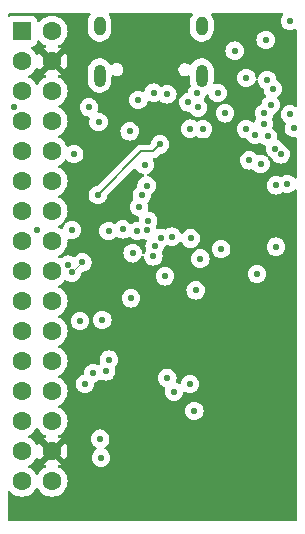
<source format=gbr>
%TF.GenerationSoftware,KiCad,Pcbnew,8.0.1*%
%TF.CreationDate,2024-04-25T23:54:08-05:00*%
%TF.ProjectId,Final Projeco,46696e61-6c20-4507-926f-6a65636f2e6b,rev?*%
%TF.SameCoordinates,Original*%
%TF.FileFunction,Copper,L3,Inr*%
%TF.FilePolarity,Positive*%
%FSLAX46Y46*%
G04 Gerber Fmt 4.6, Leading zero omitted, Abs format (unit mm)*
G04 Created by KiCad (PCBNEW 8.0.1) date 2024-04-25 23:54:08*
%MOMM*%
%LPD*%
G01*
G04 APERTURE LIST*
%TA.AperFunction,ComponentPad*%
%ADD10O,1.000000X1.900000*%
%TD*%
%TA.AperFunction,ComponentPad*%
%ADD11O,1.000000X1.600000*%
%TD*%
%TA.AperFunction,ComponentPad*%
%ADD12R,1.600000X1.600000*%
%TD*%
%TA.AperFunction,ComponentPad*%
%ADD13C,1.600000*%
%TD*%
%TA.AperFunction,ViaPad*%
%ADD14C,0.560000*%
%TD*%
%TA.AperFunction,Conductor*%
%ADD15C,0.150000*%
%TD*%
%TA.AperFunction,Conductor*%
%ADD16C,0.090000*%
%TD*%
G04 APERTURE END LIST*
D10*
%TO.N,GND*%
%TO.C,U2*%
X42419941Y-21805131D03*
X33779859Y-21805131D03*
D11*
X33779859Y-17625044D03*
X42419941Y-17625044D03*
%TD*%
D12*
%TO.N,/GPIO12*%
%TO.C,U7*%
X27209997Y-18049962D03*
D13*
%TO.N,GND*%
X29750003Y-18049962D03*
%TO.N,/GPIO13*%
X27209997Y-20589967D03*
%TO.N,VDD3P3*%
X29750003Y-20589967D03*
%TO.N,/GPIO14*%
X27209997Y-23129972D03*
%TO.N,/GPIO0{slash}BOOT*%
X29750003Y-23129972D03*
%TO.N,/GPIO15*%
X27209997Y-25669977D03*
%TO.N,/GPIO1*%
X29750003Y-25669977D03*
%TO.N,/GPIO16*%
X27209997Y-28209982D03*
%TO.N,/GPIO2*%
X29750003Y-28209982D03*
%TO.N,/GPIO17*%
X27209997Y-30749987D03*
%TO.N,/GPIO3*%
X29750003Y-30749987D03*
%TO.N,/GPIO18*%
X27209997Y-33289992D03*
%TO.N,/GPIO4*%
X29750003Y-33289992D03*
%TO.N,/GPIO21*%
X27209997Y-35829997D03*
%TO.N,/GPIO5*%
X29750003Y-35829997D03*
%TO.N,/GPIO38*%
X27209997Y-38370003D03*
%TO.N,/GPIO6*%
X29750003Y-38370003D03*
%TO.N,/GPIO45*%
X27209997Y-40910008D03*
%TO.N,/GPIO7*%
X29750003Y-40910008D03*
%TO.N,/GPIO46*%
X27209997Y-43450013D03*
%TO.N,/GPIO8*%
X29750003Y-43450013D03*
%TO.N,/GPIO33*%
X27209997Y-45990018D03*
%TO.N,/GPIO9*%
X29750003Y-45990018D03*
%TO.N,/GPIO34*%
X27209997Y-48530023D03*
%TO.N,/GPIO10*%
X29750003Y-48530023D03*
%TO.N,/GPIO35*%
X27209997Y-51070028D03*
%TO.N,/GPIO11*%
X29750003Y-51070028D03*
%TO.N,/GPIO36*%
X27209997Y-53610033D03*
%TO.N,VDD3P3*%
X29750003Y-53610033D03*
%TO.N,/GPIO37*%
X27209997Y-56150038D03*
%TO.N,GND*%
X29750003Y-56150038D03*
%TD*%
D14*
%TO.N,GND*%
X39300000Y-38800000D03*
X44400000Y-25000000D03*
X45200000Y-19700000D03*
X47100000Y-38600000D03*
X41900000Y-40000000D03*
X46200000Y-22020000D03*
X32870000Y-24500000D03*
X39500000Y-47400000D03*
X49900000Y-17200000D03*
X48630000Y-28010000D03*
X37050000Y-23870000D03*
X35730000Y-34820000D03*
X36570000Y-36850000D03*
X42000000Y-23300000D03*
X47840000Y-18790000D03*
X48700000Y-31100000D03*
X34000000Y-42500000D03*
X48700000Y-36300000D03*
X44063800Y-36500000D03*
X41800000Y-50200000D03*
%TO.N,VDD3P3*%
X38900000Y-42000000D03*
X50000000Y-19300000D03*
X46950000Y-36050000D03*
X43840000Y-26110000D03*
X46700000Y-32600000D03*
X49800000Y-18500000D03*
X37700000Y-27140000D03*
X40200000Y-36600000D03*
%TO.N,/GPIO4*%
X48430000Y-22910000D03*
%TO.N,/GPIO1*%
X50220000Y-26240000D03*
%TO.N,/GPIO3*%
X47970000Y-22200000D03*
%TO.N,/GPIO2*%
X49910000Y-25100000D03*
%TO.N,/RESET*%
X49670000Y-30980000D03*
X38330000Y-37120000D03*
%TO.N,/USB_D+*%
X38350100Y-23250100D03*
X39500100Y-23400000D03*
%TO.N,/SPICS1*%
X38881400Y-27642300D03*
X33621800Y-31918200D03*
%TO.N,/GPIO8*%
X34555000Y-45855000D03*
X46447700Y-28981100D03*
%TO.N,/GPIO13*%
X47730000Y-25000000D03*
%TO.N,/GPIO5*%
X48260000Y-24290000D03*
%TO.N,/SPID*%
X36320000Y-26530000D03*
X37750000Y-31117600D03*
%TO.N,Net-(U4-VCC)*%
X32320000Y-37620000D03*
X31620000Y-28440000D03*
X31433800Y-38481600D03*
%TO.N,/GPIO7*%
X49100600Y-28477100D03*
X32110000Y-42600000D03*
%TO.N,/GPIO6*%
X47396700Y-29303000D03*
%TO.N,/GPIO38*%
X41470000Y-35600000D03*
X31130900Y-37820600D03*
X39910000Y-35450000D03*
X36420000Y-40670000D03*
%TO.N,/GPIO11*%
X46190000Y-26350000D03*
%TO.N,/GPIO18*%
X31440000Y-34890000D03*
X41460000Y-26310000D03*
%TO.N,/GPIO14*%
X43760000Y-23290000D03*
%TO.N,/GPIO12*%
X47650000Y-25950000D03*
%TO.N,/GPIO10*%
X33250000Y-47000000D03*
X46910000Y-26810000D03*
%TO.N,/SPICLK_GPIO47*%
X38440000Y-36230000D03*
X37348800Y-31948800D03*
%TO.N,/GPIO0{slash}BOOT*%
X28440000Y-34870000D03*
X40070000Y-48560000D03*
X41420000Y-47930000D03*
%TO.N,/GPIO46*%
X42310000Y-37300000D03*
X34320000Y-46860000D03*
%TO.N,/SPIWP*%
X37580000Y-29370000D03*
X34530000Y-34980000D03*
%TO.N,/GPIO9*%
X48002700Y-26954100D03*
%TO.N,/GPIO17*%
X41291300Y-24081700D03*
X26510000Y-24430000D03*
%TO.N,/GPIO33*%
X37100000Y-32940000D03*
%TO.N,/GPIO16*%
X42089800Y-24511200D03*
X33680000Y-25740000D03*
%TO.N,/GPIO15*%
X42516500Y-26346100D03*
%TO.N,/GPIO35*%
X37810000Y-34920000D03*
%TO.N,/GPIO34*%
X36975000Y-34975000D03*
X32520000Y-47910000D03*
%TO.N,/GPIO37*%
X33820000Y-52560000D03*
X38994900Y-35560000D03*
%TO.N,/GPIO36*%
X33880000Y-54150000D03*
X37885000Y-34100000D03*
%TD*%
D15*
%TO.N,/SPICS1*%
X38295900Y-28227800D02*
X38881400Y-27642300D01*
X37312200Y-28227800D02*
X38295900Y-28227800D01*
X33621800Y-31918200D02*
X37312200Y-28227800D01*
D16*
%TO.N,Net-(U4-VCC)*%
X32295400Y-37620000D02*
X31433800Y-38481600D01*
X32320000Y-37620000D02*
X32295400Y-37620000D01*
%TD*%
%TA.AperFunction,Conductor*%
%TO.N,VDD3P3*%
G36*
X29751793Y-16516060D02*
G01*
X29776773Y-16502931D01*
X29801205Y-16500500D01*
X32895522Y-16500500D01*
X32962561Y-16520185D01*
X33008316Y-16572989D01*
X33018260Y-16642147D01*
X32998624Y-16693391D01*
X32893230Y-16851123D01*
X32893223Y-16851136D01*
X32817809Y-17033204D01*
X32817806Y-17033214D01*
X32779359Y-17226500D01*
X32779359Y-17226503D01*
X32779359Y-18023585D01*
X32779359Y-18023587D01*
X32779358Y-18023587D01*
X32817806Y-18216873D01*
X32817809Y-18216883D01*
X32893223Y-18398951D01*
X32893230Y-18398964D01*
X33002719Y-18562825D01*
X33002722Y-18562829D01*
X33142073Y-18702180D01*
X33142077Y-18702183D01*
X33305938Y-18811672D01*
X33305951Y-18811679D01*
X33433455Y-18864492D01*
X33488024Y-18887095D01*
X33488028Y-18887095D01*
X33488029Y-18887096D01*
X33681315Y-18925544D01*
X33681318Y-18925544D01*
X33878402Y-18925544D01*
X34017701Y-18897835D01*
X34071694Y-18887095D01*
X34253773Y-18811676D01*
X34417641Y-18702183D01*
X34556998Y-18562826D01*
X34666491Y-18398958D01*
X34741910Y-18216879D01*
X34775112Y-18049963D01*
X34780359Y-18023587D01*
X34780359Y-17226500D01*
X34741911Y-17033214D01*
X34741910Y-17033213D01*
X34741910Y-17033209D01*
X34694767Y-16919394D01*
X34666494Y-16851136D01*
X34666487Y-16851123D01*
X34561094Y-16693391D01*
X34540216Y-16626713D01*
X34558701Y-16559333D01*
X34610680Y-16512643D01*
X34664196Y-16500500D01*
X41535604Y-16500500D01*
X41602643Y-16520185D01*
X41648398Y-16572989D01*
X41658342Y-16642147D01*
X41638706Y-16693391D01*
X41533312Y-16851123D01*
X41533305Y-16851136D01*
X41457891Y-17033204D01*
X41457888Y-17033214D01*
X41419441Y-17226500D01*
X41419441Y-17226503D01*
X41419441Y-18023585D01*
X41419441Y-18023587D01*
X41419440Y-18023587D01*
X41457888Y-18216873D01*
X41457891Y-18216883D01*
X41533305Y-18398951D01*
X41533312Y-18398964D01*
X41642801Y-18562825D01*
X41642804Y-18562829D01*
X41782155Y-18702180D01*
X41782159Y-18702183D01*
X41946020Y-18811672D01*
X41946033Y-18811679D01*
X42073537Y-18864492D01*
X42128106Y-18887095D01*
X42128110Y-18887095D01*
X42128111Y-18887096D01*
X42321397Y-18925544D01*
X42321400Y-18925544D01*
X42518484Y-18925544D01*
X42657783Y-18897835D01*
X42711776Y-18887095D01*
X42893855Y-18811676D01*
X42926292Y-18790002D01*
X47054561Y-18790002D01*
X47074252Y-18964771D01*
X47132344Y-19130790D01*
X47182295Y-19210286D01*
X47225919Y-19279713D01*
X47350287Y-19404081D01*
X47499211Y-19497656D01*
X47665223Y-19555746D01*
X47665226Y-19555746D01*
X47665228Y-19555747D01*
X47839997Y-19575439D01*
X47840000Y-19575439D01*
X47840003Y-19575439D01*
X48014771Y-19555747D01*
X48014772Y-19555746D01*
X48014777Y-19555746D01*
X48180789Y-19497656D01*
X48329713Y-19404081D01*
X48454081Y-19279713D01*
X48547656Y-19130789D01*
X48605746Y-18964777D01*
X48609186Y-18934252D01*
X48625439Y-18790002D01*
X48625439Y-18789997D01*
X48605747Y-18615228D01*
X48605746Y-18615226D01*
X48605746Y-18615223D01*
X48547656Y-18449211D01*
X48547403Y-18448809D01*
X48454080Y-18300286D01*
X48329713Y-18175919D01*
X48180790Y-18082344D01*
X48014771Y-18024252D01*
X47840003Y-18004561D01*
X47839997Y-18004561D01*
X47665228Y-18024252D01*
X47499209Y-18082344D01*
X47350286Y-18175919D01*
X47225919Y-18300286D01*
X47132344Y-18449209D01*
X47074252Y-18615228D01*
X47054561Y-18789997D01*
X47054561Y-18790002D01*
X42926292Y-18790002D01*
X43057723Y-18702183D01*
X43197080Y-18562826D01*
X43306573Y-18398958D01*
X43381992Y-18216879D01*
X43415194Y-18049963D01*
X43420441Y-18023587D01*
X43420441Y-17226500D01*
X43381993Y-17033214D01*
X43381992Y-17033213D01*
X43381992Y-17033209D01*
X43334849Y-16919394D01*
X43306576Y-16851136D01*
X43306569Y-16851123D01*
X43201176Y-16693391D01*
X43180298Y-16626713D01*
X43198783Y-16559333D01*
X43250762Y-16512643D01*
X43304278Y-16500500D01*
X49196344Y-16500500D01*
X49263383Y-16520185D01*
X49309138Y-16572989D01*
X49319082Y-16642147D01*
X49290057Y-16705703D01*
X49286698Y-16709309D01*
X49285919Y-16710286D01*
X49192344Y-16859209D01*
X49134252Y-17025228D01*
X49114561Y-17199997D01*
X49114561Y-17200002D01*
X49134252Y-17374771D01*
X49192344Y-17540790D01*
X49231731Y-17603473D01*
X49285919Y-17689713D01*
X49410287Y-17814081D01*
X49460233Y-17845464D01*
X49559207Y-17907654D01*
X49559211Y-17907656D01*
X49725223Y-17965746D01*
X49725226Y-17965746D01*
X49725228Y-17965747D01*
X49899997Y-17985439D01*
X49900000Y-17985439D01*
X49900003Y-17985439D01*
X50074771Y-17965747D01*
X50074772Y-17965746D01*
X50074777Y-17965746D01*
X50240789Y-17907656D01*
X50309527Y-17864464D01*
X50376764Y-17845464D01*
X50443599Y-17865831D01*
X50488814Y-17919099D01*
X50499500Y-17969458D01*
X50499500Y-24324258D01*
X50479815Y-24391297D01*
X50427011Y-24437052D01*
X50357853Y-24446996D01*
X50309528Y-24429252D01*
X50250790Y-24392344D01*
X50090990Y-24336428D01*
X50084777Y-24334254D01*
X50084776Y-24334253D01*
X50084771Y-24334252D01*
X49910003Y-24314561D01*
X49909997Y-24314561D01*
X49735228Y-24334252D01*
X49569209Y-24392344D01*
X49420286Y-24485919D01*
X49295919Y-24610286D01*
X49202344Y-24759209D01*
X49144252Y-24925228D01*
X49124561Y-25099997D01*
X49124561Y-25100002D01*
X49144252Y-25274771D01*
X49202344Y-25440790D01*
X49295919Y-25589713D01*
X49420289Y-25714083D01*
X49465573Y-25742536D01*
X49511865Y-25794870D01*
X49522514Y-25863924D01*
X49513992Y-25892410D01*
X49514644Y-25892638D01*
X49454252Y-26065228D01*
X49434561Y-26239997D01*
X49434561Y-26240002D01*
X49454252Y-26414771D01*
X49512344Y-26580790D01*
X49581461Y-26690789D01*
X49605919Y-26729713D01*
X49730287Y-26854081D01*
X49766053Y-26876554D01*
X49867613Y-26940369D01*
X49879211Y-26947656D01*
X50045223Y-27005746D01*
X50045226Y-27005746D01*
X50045228Y-27005747D01*
X50219997Y-27025439D01*
X50220000Y-27025439D01*
X50220003Y-27025439D01*
X50361616Y-27009483D01*
X50430438Y-27021537D01*
X50481818Y-27068886D01*
X50499500Y-27132703D01*
X50499500Y-30406344D01*
X50479815Y-30473383D01*
X50427011Y-30519138D01*
X50357853Y-30529082D01*
X50294297Y-30500057D01*
X50287819Y-30494025D01*
X50159713Y-30365919D01*
X50010790Y-30272344D01*
X49844771Y-30214252D01*
X49670003Y-30194561D01*
X49669997Y-30194561D01*
X49495228Y-30214252D01*
X49329209Y-30272344D01*
X49180283Y-30365921D01*
X49179314Y-30366891D01*
X49178533Y-30367317D01*
X49174839Y-30370263D01*
X49174322Y-30369615D01*
X49117988Y-30400370D01*
X49048297Y-30395380D01*
X49042933Y-30393094D01*
X48925069Y-30351852D01*
X48874777Y-30334254D01*
X48874776Y-30334253D01*
X48874771Y-30334252D01*
X48700003Y-30314561D01*
X48699997Y-30314561D01*
X48525228Y-30334252D01*
X48359209Y-30392344D01*
X48210286Y-30485919D01*
X48085919Y-30610286D01*
X47992344Y-30759209D01*
X47934252Y-30925228D01*
X47914561Y-31099997D01*
X47914561Y-31100002D01*
X47934252Y-31274771D01*
X47934253Y-31274776D01*
X47934254Y-31274777D01*
X47940746Y-31293330D01*
X47992344Y-31440790D01*
X48063263Y-31553656D01*
X48085919Y-31589713D01*
X48210287Y-31714081D01*
X48359211Y-31807656D01*
X48525223Y-31865746D01*
X48525226Y-31865746D01*
X48525228Y-31865747D01*
X48699997Y-31885439D01*
X48700000Y-31885439D01*
X48700003Y-31885439D01*
X48874771Y-31865747D01*
X48874772Y-31865746D01*
X48874777Y-31865746D01*
X49040789Y-31807656D01*
X49189713Y-31714081D01*
X49190672Y-31713121D01*
X49191447Y-31712698D01*
X49195161Y-31709737D01*
X49195679Y-31710387D01*
X49251991Y-31679633D01*
X49321683Y-31684612D01*
X49327061Y-31686904D01*
X49376942Y-31704357D01*
X49495223Y-31745746D01*
X49495226Y-31745746D01*
X49495228Y-31745747D01*
X49669997Y-31765439D01*
X49670000Y-31765439D01*
X49670003Y-31765439D01*
X49844771Y-31745747D01*
X49844772Y-31745746D01*
X49844777Y-31745746D01*
X50010789Y-31687656D01*
X50159713Y-31594081D01*
X50284081Y-31469713D01*
X50284081Y-31469712D01*
X50287819Y-31465975D01*
X50349142Y-31432490D01*
X50418834Y-31437474D01*
X50474767Y-31479346D01*
X50499184Y-31544810D01*
X50499500Y-31553656D01*
X50499500Y-59375500D01*
X50479815Y-59442539D01*
X50427011Y-59488294D01*
X50375500Y-59499500D01*
X26124500Y-59499500D01*
X26057461Y-59479815D01*
X26011706Y-59427011D01*
X26000500Y-59375500D01*
X26000500Y-57079090D01*
X26020185Y-57012051D01*
X26072989Y-56966296D01*
X26142147Y-56956352D01*
X26205703Y-56985377D01*
X26212181Y-56991409D01*
X26370855Y-57150083D01*
X26370858Y-57150085D01*
X26557263Y-57280606D01*
X26763501Y-57376777D01*
X26983305Y-57435673D01*
X27145227Y-57449839D01*
X27209995Y-57455506D01*
X27209997Y-57455506D01*
X27209999Y-57455506D01*
X27266670Y-57450547D01*
X27436689Y-57435673D01*
X27656493Y-57376777D01*
X27862731Y-57280606D01*
X28049136Y-57150085D01*
X28210044Y-56989177D01*
X28340565Y-56802772D01*
X28367619Y-56744754D01*
X28413790Y-56692317D01*
X28480984Y-56673165D01*
X28547865Y-56693381D01*
X28592382Y-56744756D01*
X28619434Y-56802770D01*
X28619435Y-56802772D01*
X28749957Y-56989179D01*
X28910861Y-57150083D01*
X28910864Y-57150085D01*
X29097269Y-57280606D01*
X29303507Y-57376777D01*
X29523311Y-57435673D01*
X29685233Y-57449839D01*
X29750001Y-57455506D01*
X29750003Y-57455506D01*
X29750005Y-57455506D01*
X29806676Y-57450547D01*
X29976695Y-57435673D01*
X30196499Y-57376777D01*
X30402737Y-57280606D01*
X30589142Y-57150085D01*
X30750050Y-56989177D01*
X30880571Y-56802772D01*
X30976742Y-56596534D01*
X31035638Y-56376730D01*
X31055471Y-56150038D01*
X31035638Y-55923346D01*
X30976742Y-55703542D01*
X30880571Y-55497304D01*
X30750050Y-55310899D01*
X30750048Y-55310896D01*
X30589144Y-55149992D01*
X30402737Y-55019470D01*
X30402731Y-55019467D01*
X30344132Y-54992142D01*
X30291692Y-54945970D01*
X30272540Y-54878776D01*
X30292756Y-54811895D01*
X30344132Y-54767377D01*
X30402485Y-54740166D01*
X30475474Y-54689057D01*
X29879412Y-54092995D01*
X29942996Y-54075958D01*
X30057010Y-54010132D01*
X30150102Y-53917040D01*
X30215928Y-53803026D01*
X30232965Y-53739442D01*
X30829027Y-54335504D01*
X30880139Y-54262511D01*
X30976267Y-54056364D01*
X30976272Y-54056350D01*
X31035142Y-53836643D01*
X31035144Y-53836632D01*
X31054969Y-53610035D01*
X31054969Y-53610030D01*
X31035144Y-53383433D01*
X31035142Y-53383422D01*
X30976272Y-53163715D01*
X30976267Y-53163701D01*
X30880139Y-52957554D01*
X30880135Y-52957546D01*
X30829028Y-52884559D01*
X30232965Y-53480622D01*
X30215928Y-53417040D01*
X30150102Y-53303026D01*
X30057010Y-53209934D01*
X29942996Y-53144108D01*
X29879413Y-53127070D01*
X30446480Y-52560002D01*
X33034561Y-52560002D01*
X33054252Y-52734771D01*
X33112344Y-52900790D01*
X33184675Y-53015904D01*
X33205919Y-53049713D01*
X33330287Y-53174081D01*
X33387347Y-53209934D01*
X33481120Y-53268856D01*
X33527411Y-53321191D01*
X33538059Y-53390245D01*
X33509684Y-53454093D01*
X33481121Y-53478843D01*
X33390289Y-53535917D01*
X33390286Y-53535919D01*
X33265919Y-53660286D01*
X33172344Y-53809209D01*
X33114252Y-53975228D01*
X33094561Y-54149997D01*
X33094561Y-54150002D01*
X33114252Y-54324771D01*
X33172344Y-54490790D01*
X33202690Y-54539085D01*
X33265919Y-54639713D01*
X33390287Y-54764081D01*
X33395972Y-54767653D01*
X33518384Y-54844570D01*
X33539211Y-54857656D01*
X33705223Y-54915746D01*
X33705226Y-54915746D01*
X33705228Y-54915747D01*
X33879997Y-54935439D01*
X33880000Y-54935439D01*
X33880003Y-54935439D01*
X34054771Y-54915747D01*
X34054772Y-54915746D01*
X34054777Y-54915746D01*
X34220789Y-54857656D01*
X34369713Y-54764081D01*
X34494081Y-54639713D01*
X34587656Y-54490789D01*
X34645746Y-54324777D01*
X34659337Y-54204161D01*
X34665439Y-54150002D01*
X34665439Y-54149997D01*
X34645747Y-53975228D01*
X34645746Y-53975226D01*
X34645746Y-53975223D01*
X34587656Y-53809211D01*
X34494081Y-53660287D01*
X34369713Y-53535919D01*
X34369707Y-53535914D01*
X34218879Y-53441142D01*
X34172588Y-53388808D01*
X34161940Y-53319754D01*
X34190315Y-53255906D01*
X34218876Y-53231157D01*
X34309713Y-53174081D01*
X34434081Y-53049713D01*
X34527656Y-52900789D01*
X34585746Y-52734777D01*
X34591808Y-52680981D01*
X34605439Y-52560002D01*
X34605439Y-52559997D01*
X34585747Y-52385228D01*
X34585746Y-52385226D01*
X34585746Y-52385223D01*
X34527656Y-52219211D01*
X34515959Y-52200596D01*
X34434080Y-52070286D01*
X34309713Y-51945919D01*
X34160790Y-51852344D01*
X33994771Y-51794252D01*
X33820003Y-51774561D01*
X33819997Y-51774561D01*
X33645228Y-51794252D01*
X33479209Y-51852344D01*
X33330286Y-51945919D01*
X33205919Y-52070286D01*
X33112344Y-52219209D01*
X33054252Y-52385228D01*
X33034561Y-52559997D01*
X33034561Y-52560002D01*
X30446480Y-52560002D01*
X30475475Y-52531007D01*
X30402483Y-52479897D01*
X30344131Y-52452687D01*
X30291692Y-52406514D01*
X30272540Y-52339321D01*
X30292756Y-52272439D01*
X30344128Y-52227925D01*
X30402737Y-52200596D01*
X30589142Y-52070075D01*
X30750050Y-51909167D01*
X30880571Y-51722762D01*
X30976742Y-51516524D01*
X31035638Y-51296720D01*
X31055471Y-51070028D01*
X31035638Y-50843336D01*
X30976742Y-50623532D01*
X30880571Y-50417294D01*
X30750050Y-50230889D01*
X30750048Y-50230886D01*
X30719164Y-50200002D01*
X41014561Y-50200002D01*
X41034252Y-50374771D01*
X41092344Y-50540790D01*
X41144335Y-50623532D01*
X41185919Y-50689713D01*
X41310287Y-50814081D01*
X41459211Y-50907656D01*
X41625223Y-50965746D01*
X41625226Y-50965746D01*
X41625228Y-50965747D01*
X41799997Y-50985439D01*
X41800000Y-50985439D01*
X41800003Y-50985439D01*
X41974771Y-50965747D01*
X41974772Y-50965746D01*
X41974777Y-50965746D01*
X42140789Y-50907656D01*
X42289713Y-50814081D01*
X42414081Y-50689713D01*
X42507656Y-50540789D01*
X42565746Y-50374777D01*
X42585439Y-50200000D01*
X42585439Y-50199997D01*
X42565747Y-50025228D01*
X42565746Y-50025226D01*
X42565746Y-50025223D01*
X42507656Y-49859211D01*
X42414081Y-49710287D01*
X42289713Y-49585919D01*
X42200830Y-49530070D01*
X42140790Y-49492344D01*
X41974771Y-49434252D01*
X41800003Y-49414561D01*
X41799997Y-49414561D01*
X41625228Y-49434252D01*
X41459209Y-49492344D01*
X41310286Y-49585919D01*
X41185919Y-49710286D01*
X41092344Y-49859209D01*
X41034252Y-50025228D01*
X41014561Y-50199997D01*
X41014561Y-50200002D01*
X30719164Y-50200002D01*
X30589144Y-50069982D01*
X30402737Y-49939460D01*
X30402735Y-49939459D01*
X30344722Y-49912407D01*
X30292283Y-49866234D01*
X30273131Y-49799041D01*
X30293347Y-49732159D01*
X30344719Y-49687645D01*
X30402737Y-49660591D01*
X30589142Y-49530070D01*
X30750050Y-49369162D01*
X30880571Y-49182757D01*
X30976742Y-48976519D01*
X31035638Y-48756715D01*
X31055471Y-48530023D01*
X31035638Y-48303331D01*
X30976742Y-48083527D01*
X30895825Y-47910002D01*
X31734561Y-47910002D01*
X31754252Y-48084771D01*
X31812344Y-48250790D01*
X31845358Y-48303331D01*
X31905919Y-48399713D01*
X32030287Y-48524081D01*
X32179211Y-48617656D01*
X32345223Y-48675746D01*
X32345226Y-48675746D01*
X32345228Y-48675747D01*
X32519997Y-48695439D01*
X32520000Y-48695439D01*
X32520003Y-48695439D01*
X32694771Y-48675747D01*
X32694772Y-48675746D01*
X32694777Y-48675746D01*
X32860789Y-48617656D01*
X33009713Y-48524081D01*
X33134081Y-48399713D01*
X33227656Y-48250789D01*
X33285746Y-48084777D01*
X33294522Y-48006895D01*
X33305439Y-47910002D01*
X33305439Y-47909998D01*
X33304769Y-47904053D01*
X33316823Y-47835231D01*
X33364171Y-47783851D01*
X33414110Y-47766947D01*
X33424777Y-47765746D01*
X33424779Y-47765745D01*
X33424784Y-47765744D01*
X33512647Y-47734998D01*
X33590789Y-47707656D01*
X33739713Y-47614081D01*
X33790716Y-47563077D01*
X33852038Y-47529592D01*
X33921730Y-47534576D01*
X33944368Y-47545764D01*
X33979205Y-47567653D01*
X33979209Y-47567655D01*
X33979211Y-47567656D01*
X34145223Y-47625746D01*
X34145226Y-47625746D01*
X34145228Y-47625747D01*
X34319997Y-47645439D01*
X34320000Y-47645439D01*
X34320003Y-47645439D01*
X34494771Y-47625747D01*
X34494772Y-47625746D01*
X34494777Y-47625746D01*
X34660789Y-47567656D01*
X34809713Y-47474081D01*
X34883792Y-47400002D01*
X38714561Y-47400002D01*
X38734252Y-47574771D01*
X38792344Y-47740790D01*
X38865426Y-47857098D01*
X38885919Y-47889713D01*
X39010287Y-48014081D01*
X39039270Y-48032292D01*
X39154619Y-48104771D01*
X39159211Y-48107656D01*
X39257921Y-48142196D01*
X39314696Y-48182916D01*
X39340444Y-48247869D01*
X39334008Y-48300190D01*
X39327270Y-48319444D01*
X39304252Y-48385228D01*
X39284561Y-48559997D01*
X39284561Y-48560002D01*
X39304252Y-48734771D01*
X39362344Y-48900790D01*
X39409923Y-48976511D01*
X39455919Y-49049713D01*
X39580287Y-49174081D01*
X39729211Y-49267656D01*
X39895223Y-49325746D01*
X39895226Y-49325746D01*
X39895228Y-49325747D01*
X40069997Y-49345439D01*
X40070000Y-49345439D01*
X40070003Y-49345439D01*
X40244771Y-49325747D01*
X40244772Y-49325746D01*
X40244777Y-49325746D01*
X40410789Y-49267656D01*
X40559713Y-49174081D01*
X40684081Y-49049713D01*
X40777656Y-48900789D01*
X40835746Y-48734777D01*
X40839967Y-48697318D01*
X40867033Y-48632904D01*
X40924627Y-48593348D01*
X40994464Y-48591209D01*
X41029160Y-48606207D01*
X41079211Y-48637656D01*
X41245223Y-48695746D01*
X41245226Y-48695746D01*
X41245228Y-48695747D01*
X41419997Y-48715439D01*
X41420000Y-48715439D01*
X41420003Y-48715439D01*
X41594771Y-48695747D01*
X41594772Y-48695746D01*
X41594777Y-48695746D01*
X41760789Y-48637656D01*
X41909713Y-48544081D01*
X42034081Y-48419713D01*
X42127656Y-48270789D01*
X42185746Y-48104777D01*
X42188141Y-48083527D01*
X42205439Y-47930002D01*
X42205439Y-47929997D01*
X42185747Y-47755228D01*
X42185746Y-47755226D01*
X42185746Y-47755223D01*
X42127656Y-47589211D01*
X42114111Y-47567655D01*
X42055315Y-47474081D01*
X42034081Y-47440287D01*
X41909713Y-47315919D01*
X41760790Y-47222344D01*
X41594771Y-47164252D01*
X41420003Y-47144561D01*
X41419997Y-47144561D01*
X41245228Y-47164252D01*
X41079209Y-47222344D01*
X40930286Y-47315919D01*
X40805919Y-47440286D01*
X40712344Y-47589209D01*
X40654252Y-47755228D01*
X40650032Y-47792684D01*
X40622964Y-47857098D01*
X40565369Y-47896652D01*
X40495532Y-47898789D01*
X40460840Y-47883793D01*
X40410790Y-47852344D01*
X40312079Y-47817804D01*
X40255302Y-47777082D01*
X40229555Y-47712129D01*
X40235991Y-47659810D01*
X40265746Y-47574777D01*
X40265746Y-47574775D01*
X40265747Y-47574773D01*
X40285439Y-47400002D01*
X40285439Y-47399997D01*
X40265747Y-47225228D01*
X40265746Y-47225226D01*
X40265746Y-47225223D01*
X40207656Y-47059211D01*
X40192299Y-47034771D01*
X40164209Y-46990065D01*
X40114081Y-46910287D01*
X39989713Y-46785919D01*
X39840790Y-46692344D01*
X39674771Y-46634252D01*
X39500003Y-46614561D01*
X39499997Y-46614561D01*
X39325228Y-46634252D01*
X39159209Y-46692344D01*
X39010286Y-46785919D01*
X38885919Y-46910286D01*
X38792344Y-47059209D01*
X38734252Y-47225228D01*
X38714561Y-47399997D01*
X38714561Y-47400002D01*
X34883792Y-47400002D01*
X34934081Y-47349713D01*
X35027656Y-47200789D01*
X35085746Y-47034777D01*
X35088994Y-47005956D01*
X35105439Y-46860002D01*
X35105439Y-46859997D01*
X35085747Y-46685228D01*
X35085746Y-46685226D01*
X35085746Y-46685223D01*
X35044815Y-46568251D01*
X35041255Y-46498473D01*
X35074177Y-46439617D01*
X35077288Y-46436506D01*
X35169081Y-46344713D01*
X35262656Y-46195789D01*
X35320746Y-46029777D01*
X35340439Y-45855000D01*
X35340439Y-45854997D01*
X35320747Y-45680228D01*
X35320746Y-45680226D01*
X35320746Y-45680223D01*
X35262656Y-45514211D01*
X35169081Y-45365287D01*
X35044713Y-45240919D01*
X34895790Y-45147344D01*
X34729771Y-45089252D01*
X34555003Y-45069561D01*
X34554997Y-45069561D01*
X34380228Y-45089252D01*
X34214209Y-45147344D01*
X34065286Y-45240919D01*
X33940919Y-45365286D01*
X33847344Y-45514209D01*
X33789252Y-45680228D01*
X33769561Y-45854997D01*
X33769561Y-45855002D01*
X33789252Y-46029771D01*
X33830183Y-46146747D01*
X33833744Y-46216526D01*
X33800822Y-46275382D01*
X33779282Y-46296922D01*
X33717959Y-46330407D01*
X33648267Y-46325423D01*
X33625630Y-46314236D01*
X33590789Y-46292344D01*
X33424777Y-46234254D01*
X33424776Y-46234253D01*
X33424771Y-46234252D01*
X33250003Y-46214561D01*
X33249997Y-46214561D01*
X33075228Y-46234252D01*
X32909209Y-46292344D01*
X32760286Y-46385919D01*
X32635919Y-46510286D01*
X32542344Y-46659209D01*
X32484252Y-46825228D01*
X32464561Y-46999997D01*
X32464561Y-47000005D01*
X32465231Y-47005956D01*
X32453172Y-47074777D01*
X32405819Y-47126153D01*
X32355900Y-47143050D01*
X32345223Y-47144254D01*
X32179209Y-47202344D01*
X32030286Y-47295919D01*
X31905919Y-47420286D01*
X31812344Y-47569209D01*
X31754252Y-47735228D01*
X31734561Y-47909997D01*
X31734561Y-47910002D01*
X30895825Y-47910002D01*
X30880571Y-47877289D01*
X30764926Y-47712129D01*
X30750048Y-47690881D01*
X30589144Y-47529977D01*
X30402737Y-47399455D01*
X30402735Y-47399454D01*
X30344722Y-47372402D01*
X30292283Y-47326229D01*
X30273131Y-47259036D01*
X30293347Y-47192154D01*
X30344719Y-47147640D01*
X30402737Y-47120586D01*
X30589142Y-46990065D01*
X30750050Y-46829157D01*
X30880571Y-46642752D01*
X30976742Y-46436514D01*
X31035638Y-46216710D01*
X31055471Y-45990018D01*
X31035638Y-45763326D01*
X30976742Y-45543522D01*
X30880571Y-45337284D01*
X30750050Y-45150879D01*
X30750048Y-45150876D01*
X30589144Y-44989972D01*
X30402737Y-44859450D01*
X30402735Y-44859449D01*
X30344722Y-44832397D01*
X30292283Y-44786224D01*
X30273131Y-44719031D01*
X30293347Y-44652149D01*
X30344719Y-44607635D01*
X30402737Y-44580581D01*
X30589142Y-44450060D01*
X30750050Y-44289152D01*
X30880571Y-44102747D01*
X30976742Y-43896509D01*
X31035638Y-43676705D01*
X31055471Y-43450013D01*
X31035638Y-43223321D01*
X30976742Y-43003517D01*
X30880571Y-42797279D01*
X30750050Y-42610874D01*
X30750048Y-42610871D01*
X30739179Y-42600002D01*
X31324561Y-42600002D01*
X31344252Y-42774771D01*
X31402344Y-42940790D01*
X31441763Y-43003524D01*
X31495919Y-43089713D01*
X31620287Y-43214081D01*
X31769211Y-43307656D01*
X31935223Y-43365746D01*
X31935226Y-43365746D01*
X31935228Y-43365747D01*
X32109997Y-43385439D01*
X32110000Y-43385439D01*
X32110003Y-43385439D01*
X32284771Y-43365747D01*
X32284772Y-43365746D01*
X32284777Y-43365746D01*
X32450789Y-43307656D01*
X32599713Y-43214081D01*
X32724081Y-43089713D01*
X32817656Y-42940789D01*
X32875746Y-42774777D01*
X32890693Y-42642127D01*
X32895439Y-42600002D01*
X32895439Y-42599997D01*
X32884172Y-42500002D01*
X33214561Y-42500002D01*
X33234252Y-42674771D01*
X33292344Y-42840790D01*
X33371359Y-42966541D01*
X33385919Y-42989713D01*
X33510287Y-43114081D01*
X33659211Y-43207656D01*
X33825223Y-43265746D01*
X33825226Y-43265746D01*
X33825228Y-43265747D01*
X33999997Y-43285439D01*
X34000000Y-43285439D01*
X34000003Y-43285439D01*
X34174771Y-43265747D01*
X34174772Y-43265746D01*
X34174777Y-43265746D01*
X34340789Y-43207656D01*
X34489713Y-43114081D01*
X34614081Y-42989713D01*
X34707656Y-42840789D01*
X34765746Y-42674777D01*
X34769987Y-42637143D01*
X34785439Y-42500002D01*
X34785439Y-42499997D01*
X34765747Y-42325228D01*
X34765746Y-42325226D01*
X34765746Y-42325223D01*
X34707656Y-42159211D01*
X34614081Y-42010287D01*
X34489713Y-41885919D01*
X34340790Y-41792344D01*
X34174771Y-41734252D01*
X34000003Y-41714561D01*
X33999997Y-41714561D01*
X33825228Y-41734252D01*
X33659209Y-41792344D01*
X33510286Y-41885919D01*
X33385919Y-42010286D01*
X33292344Y-42159209D01*
X33234252Y-42325228D01*
X33214561Y-42499997D01*
X33214561Y-42500002D01*
X32884172Y-42500002D01*
X32875747Y-42425228D01*
X32875746Y-42425226D01*
X32875746Y-42425223D01*
X32817656Y-42259211D01*
X32724081Y-42110287D01*
X32599713Y-41985919D01*
X32450790Y-41892344D01*
X32284771Y-41834252D01*
X32110003Y-41814561D01*
X32109997Y-41814561D01*
X31935228Y-41834252D01*
X31769209Y-41892344D01*
X31620286Y-41985919D01*
X31495919Y-42110286D01*
X31402344Y-42259209D01*
X31344252Y-42425228D01*
X31324561Y-42599997D01*
X31324561Y-42600002D01*
X30739179Y-42600002D01*
X30589144Y-42449967D01*
X30402737Y-42319445D01*
X30402735Y-42319444D01*
X30344722Y-42292392D01*
X30292283Y-42246219D01*
X30273131Y-42179026D01*
X30293347Y-42112144D01*
X30344719Y-42067630D01*
X30402737Y-42040576D01*
X30589142Y-41910055D01*
X30750050Y-41749147D01*
X30880571Y-41562742D01*
X30976742Y-41356504D01*
X31035638Y-41136700D01*
X31055471Y-40910008D01*
X31035638Y-40683316D01*
X31032071Y-40670002D01*
X35634561Y-40670002D01*
X35654252Y-40844771D01*
X35712344Y-41010790D01*
X35791455Y-41136694D01*
X35805919Y-41159713D01*
X35930287Y-41284081D01*
X36079211Y-41377656D01*
X36245223Y-41435746D01*
X36245226Y-41435746D01*
X36245228Y-41435747D01*
X36419997Y-41455439D01*
X36420000Y-41455439D01*
X36420003Y-41455439D01*
X36594771Y-41435747D01*
X36594772Y-41435746D01*
X36594777Y-41435746D01*
X36760789Y-41377656D01*
X36909713Y-41284081D01*
X37034081Y-41159713D01*
X37127656Y-41010789D01*
X37185746Y-40844777D01*
X37203940Y-40683310D01*
X37205439Y-40670002D01*
X37205439Y-40669997D01*
X37185747Y-40495228D01*
X37185746Y-40495226D01*
X37185746Y-40495223D01*
X37127656Y-40329211D01*
X37034081Y-40180287D01*
X36909713Y-40055919D01*
X36908674Y-40055266D01*
X36820722Y-40000002D01*
X41114561Y-40000002D01*
X41134252Y-40174771D01*
X41192344Y-40340790D01*
X41269456Y-40463512D01*
X41285919Y-40489713D01*
X41410287Y-40614081D01*
X41498372Y-40669429D01*
X41520464Y-40683310D01*
X41559211Y-40707656D01*
X41725223Y-40765746D01*
X41725226Y-40765746D01*
X41725228Y-40765747D01*
X41899997Y-40785439D01*
X41900000Y-40785439D01*
X41900003Y-40785439D01*
X42074771Y-40765747D01*
X42074772Y-40765746D01*
X42074777Y-40765746D01*
X42240789Y-40707656D01*
X42389713Y-40614081D01*
X42514081Y-40489713D01*
X42607656Y-40340789D01*
X42665746Y-40174777D01*
X42673933Y-40102122D01*
X42685439Y-40000002D01*
X42685439Y-39999997D01*
X42665747Y-39825228D01*
X42665746Y-39825226D01*
X42665746Y-39825223D01*
X42607656Y-39659211D01*
X42596206Y-39640989D01*
X42514080Y-39510286D01*
X42389713Y-39385919D01*
X42240790Y-39292344D01*
X42074771Y-39234252D01*
X41900003Y-39214561D01*
X41899997Y-39214561D01*
X41725228Y-39234252D01*
X41559209Y-39292344D01*
X41410286Y-39385919D01*
X41285919Y-39510286D01*
X41192344Y-39659209D01*
X41134252Y-39825228D01*
X41114561Y-39999997D01*
X41114561Y-40000002D01*
X36820722Y-40000002D01*
X36760790Y-39962344D01*
X36631523Y-39917112D01*
X36594777Y-39904254D01*
X36594776Y-39904253D01*
X36594771Y-39904252D01*
X36420003Y-39884561D01*
X36419997Y-39884561D01*
X36245228Y-39904252D01*
X36079209Y-39962344D01*
X35930286Y-40055919D01*
X35805919Y-40180286D01*
X35712344Y-40329209D01*
X35654252Y-40495228D01*
X35634561Y-40669997D01*
X35634561Y-40670002D01*
X31032071Y-40670002D01*
X30976742Y-40463512D01*
X30880571Y-40257274D01*
X30750050Y-40070869D01*
X30750048Y-40070866D01*
X30589144Y-39909962D01*
X30402737Y-39779440D01*
X30402735Y-39779439D01*
X30344722Y-39752387D01*
X30292283Y-39706214D01*
X30273131Y-39639021D01*
X30293347Y-39572139D01*
X30344719Y-39527625D01*
X30402737Y-39500571D01*
X30589142Y-39370050D01*
X30750050Y-39209142D01*
X30796846Y-39142309D01*
X30851420Y-39098685D01*
X30920919Y-39091491D01*
X30964390Y-39108438D01*
X31046718Y-39160168D01*
X31072418Y-39176317D01*
X31093011Y-39189256D01*
X31259023Y-39247346D01*
X31259026Y-39247346D01*
X31259028Y-39247347D01*
X31433797Y-39267039D01*
X31433800Y-39267039D01*
X31433803Y-39267039D01*
X31608571Y-39247347D01*
X31608572Y-39247346D01*
X31608577Y-39247346D01*
X31774589Y-39189256D01*
X31923513Y-39095681D01*
X32047881Y-38971313D01*
X32141456Y-38822389D01*
X32149290Y-38800002D01*
X38514561Y-38800002D01*
X38534252Y-38974771D01*
X38592344Y-39140790D01*
X38651072Y-39234254D01*
X38685919Y-39289713D01*
X38810287Y-39414081D01*
X38898372Y-39469429D01*
X38947933Y-39500570D01*
X38959211Y-39507656D01*
X39125223Y-39565746D01*
X39125226Y-39565746D01*
X39125228Y-39565747D01*
X39299997Y-39585439D01*
X39300000Y-39585439D01*
X39300003Y-39585439D01*
X39474771Y-39565747D01*
X39474772Y-39565746D01*
X39474777Y-39565746D01*
X39640789Y-39507656D01*
X39789713Y-39414081D01*
X39914081Y-39289713D01*
X40007656Y-39140789D01*
X40065746Y-38974777D01*
X40066137Y-38971313D01*
X40085439Y-38800002D01*
X40085439Y-38799997D01*
X40065747Y-38625228D01*
X40065746Y-38625226D01*
X40065746Y-38625223D01*
X40056921Y-38600002D01*
X46314561Y-38600002D01*
X46334252Y-38774771D01*
X46392344Y-38940790D01*
X46407381Y-38964721D01*
X46485919Y-39089713D01*
X46610287Y-39214081D01*
X46663228Y-39247346D01*
X46745522Y-39299055D01*
X46759211Y-39307656D01*
X46925223Y-39365746D01*
X46925226Y-39365746D01*
X46925228Y-39365747D01*
X47099997Y-39385439D01*
X47100000Y-39385439D01*
X47100003Y-39385439D01*
X47274771Y-39365747D01*
X47274772Y-39365746D01*
X47274777Y-39365746D01*
X47440789Y-39307656D01*
X47589713Y-39214081D01*
X47714081Y-39089713D01*
X47807656Y-38940789D01*
X47865746Y-38774777D01*
X47879088Y-38656371D01*
X47885439Y-38600002D01*
X47885439Y-38599997D01*
X47865747Y-38425228D01*
X47865746Y-38425226D01*
X47865746Y-38425223D01*
X47807656Y-38259211D01*
X47714081Y-38110287D01*
X47589713Y-37985919D01*
X47440790Y-37892344D01*
X47274771Y-37834252D01*
X47100003Y-37814561D01*
X47099997Y-37814561D01*
X46925228Y-37834252D01*
X46759209Y-37892344D01*
X46610286Y-37985919D01*
X46485919Y-38110286D01*
X46392344Y-38259209D01*
X46334252Y-38425228D01*
X46314561Y-38599997D01*
X46314561Y-38600002D01*
X40056921Y-38600002D01*
X40007656Y-38459211D01*
X39914081Y-38310287D01*
X39789713Y-38185919D01*
X39640790Y-38092344D01*
X39474771Y-38034252D01*
X39300003Y-38014561D01*
X39299997Y-38014561D01*
X39125228Y-38034252D01*
X38959209Y-38092344D01*
X38810286Y-38185919D01*
X38685919Y-38310286D01*
X38592344Y-38459209D01*
X38534252Y-38625228D01*
X38514561Y-38799997D01*
X38514561Y-38800002D01*
X32149290Y-38800002D01*
X32199546Y-38656377D01*
X32199698Y-38655034D01*
X32215563Y-38514224D01*
X32242629Y-38449810D01*
X32300224Y-38410255D01*
X32324900Y-38404887D01*
X32494771Y-38385747D01*
X32494772Y-38385746D01*
X32494777Y-38385746D01*
X32660789Y-38327656D01*
X32809713Y-38234081D01*
X32934081Y-38109713D01*
X33027656Y-37960789D01*
X33085746Y-37794777D01*
X33087943Y-37775284D01*
X33105439Y-37620002D01*
X33105439Y-37619997D01*
X33085747Y-37445228D01*
X33085746Y-37445226D01*
X33085746Y-37445223D01*
X33027656Y-37279211D01*
X33019195Y-37265746D01*
X32982694Y-37207655D01*
X32934081Y-37130287D01*
X32809713Y-37005919D01*
X32780587Y-36987618D01*
X32660790Y-36912344D01*
X32494771Y-36854252D01*
X32320003Y-36834561D01*
X32319997Y-36834561D01*
X32145228Y-36854252D01*
X31979209Y-36912344D01*
X31830286Y-37005919D01*
X31700995Y-37135211D01*
X31700097Y-37134313D01*
X31648830Y-37170288D01*
X31579018Y-37173128D01*
X31543116Y-37157823D01*
X31471694Y-37112946D01*
X31471690Y-37112944D01*
X31305671Y-37054852D01*
X31130903Y-37035161D01*
X31130897Y-37035161D01*
X30956128Y-37054852D01*
X30790109Y-37112944D01*
X30641183Y-37206521D01*
X30641182Y-37206522D01*
X30597195Y-37250508D01*
X30535872Y-37283992D01*
X30466180Y-37279006D01*
X30438394Y-37264401D01*
X30402739Y-37239436D01*
X30381412Y-37229491D01*
X30344719Y-37212380D01*
X30292282Y-37166210D01*
X30273130Y-37099016D01*
X30293346Y-37032135D01*
X30344719Y-36987619D01*
X30402737Y-36960565D01*
X30589142Y-36830044D01*
X30750050Y-36669136D01*
X30880571Y-36482731D01*
X30976742Y-36276493D01*
X31035638Y-36056689D01*
X31055471Y-35829997D01*
X31049853Y-35765787D01*
X31063619Y-35697289D01*
X31112234Y-35647106D01*
X31180262Y-35631172D01*
X31214331Y-35637938D01*
X31265223Y-35655746D01*
X31265226Y-35655746D01*
X31265228Y-35655747D01*
X31439997Y-35675439D01*
X31440000Y-35675439D01*
X31440003Y-35675439D01*
X31614771Y-35655747D01*
X31614772Y-35655746D01*
X31614777Y-35655746D01*
X31780789Y-35597656D01*
X31929713Y-35504081D01*
X32054081Y-35379713D01*
X32147656Y-35230789D01*
X32205746Y-35064777D01*
X32210554Y-35022111D01*
X32225439Y-34890002D01*
X32225439Y-34889997D01*
X32205747Y-34715228D01*
X32205746Y-34715226D01*
X32205746Y-34715223D01*
X32147656Y-34549211D01*
X32127247Y-34516731D01*
X32083817Y-34447612D01*
X32054081Y-34400287D01*
X31929713Y-34275919D01*
X31916066Y-34267344D01*
X31780790Y-34182344D01*
X31628715Y-34129131D01*
X31614777Y-34124254D01*
X31614776Y-34124253D01*
X31614771Y-34124252D01*
X31440003Y-34104561D01*
X31439997Y-34104561D01*
X31265228Y-34124252D01*
X31099209Y-34182344D01*
X30950286Y-34275919D01*
X30941721Y-34284484D01*
X30880397Y-34317967D01*
X30842680Y-34315268D01*
X30845786Y-34323594D01*
X30830935Y-34391867D01*
X30827096Y-34398413D01*
X30732344Y-34549210D01*
X30732342Y-34549214D01*
X30679326Y-34700724D01*
X30638605Y-34757500D01*
X30573652Y-34783247D01*
X30505090Y-34769791D01*
X30491169Y-34761349D01*
X30402737Y-34699429D01*
X30344721Y-34672375D01*
X30292283Y-34626203D01*
X30273131Y-34559010D01*
X30293347Y-34492128D01*
X30344719Y-34447614D01*
X30402737Y-34420560D01*
X30589142Y-34290039D01*
X30634420Y-34244761D01*
X30695743Y-34211275D01*
X30733466Y-34213972D01*
X30730359Y-34205641D01*
X30745213Y-34137369D01*
X30752468Y-34125677D01*
X30880571Y-33942726D01*
X30976742Y-33736488D01*
X31035638Y-33516684D01*
X31052644Y-33322305D01*
X31055471Y-33289993D01*
X31055471Y-33289990D01*
X31044781Y-33167807D01*
X31035638Y-33063300D01*
X30976742Y-32843496D01*
X30880571Y-32637258D01*
X30750050Y-32450853D01*
X30750048Y-32450850D01*
X30589144Y-32289946D01*
X30402737Y-32159424D01*
X30402735Y-32159423D01*
X30344722Y-32132371D01*
X30292283Y-32086198D01*
X30273131Y-32019005D01*
X30293347Y-31952123D01*
X30332494Y-31918202D01*
X32836361Y-31918202D01*
X32856052Y-32092971D01*
X32856053Y-32092976D01*
X32856054Y-32092977D01*
X32866759Y-32123571D01*
X32914144Y-32258990D01*
X32970535Y-32348735D01*
X33007719Y-32407913D01*
X33132087Y-32532281D01*
X33281011Y-32625856D01*
X33447023Y-32683946D01*
X33447026Y-32683946D01*
X33447028Y-32683947D01*
X33621797Y-32703639D01*
X33621800Y-32703639D01*
X33621803Y-32703639D01*
X33796571Y-32683947D01*
X33796572Y-32683946D01*
X33796577Y-32683946D01*
X33962589Y-32625856D01*
X34111513Y-32532281D01*
X34235881Y-32407913D01*
X34329456Y-32258989D01*
X34364296Y-32159423D01*
X34387544Y-32092984D01*
X34387547Y-32092972D01*
X34398769Y-31993368D01*
X34425835Y-31928954D01*
X34434298Y-31919580D01*
X36674253Y-29679625D01*
X36735574Y-29646142D01*
X36805266Y-29651126D01*
X36861199Y-29692998D01*
X36868482Y-29704991D01*
X36868639Y-29704893D01*
X36965919Y-29859713D01*
X37090287Y-29984081D01*
X37132581Y-30010656D01*
X37225030Y-30068746D01*
X37239211Y-30077656D01*
X37405223Y-30135746D01*
X37405226Y-30135746D01*
X37405228Y-30135747D01*
X37461122Y-30142045D01*
X37525536Y-30169111D01*
X37565092Y-30226706D01*
X37567229Y-30296543D01*
X37531271Y-30356450D01*
X37488195Y-30382306D01*
X37459509Y-30392344D01*
X37409208Y-30409945D01*
X37260286Y-30503519D01*
X37135919Y-30627886D01*
X37042344Y-30776809D01*
X36984252Y-30942828D01*
X36964561Y-31117597D01*
X36964561Y-31117603D01*
X36971709Y-31181047D01*
X36959654Y-31249869D01*
X36914463Y-31299922D01*
X36859091Y-31334715D01*
X36859084Y-31334721D01*
X36734719Y-31459086D01*
X36641144Y-31608009D01*
X36583052Y-31774028D01*
X36563361Y-31948797D01*
X36563361Y-31948802D01*
X36583052Y-32123571D01*
X36616829Y-32220101D01*
X36620390Y-32289880D01*
X36587469Y-32348735D01*
X36485920Y-32450285D01*
X36485919Y-32450286D01*
X36392344Y-32599209D01*
X36334252Y-32765228D01*
X36314561Y-32939997D01*
X36314561Y-32940002D01*
X36334252Y-33114771D01*
X36392344Y-33280790D01*
X36485919Y-33429713D01*
X36610287Y-33554081D01*
X36759211Y-33647656D01*
X36925223Y-33705746D01*
X36925226Y-33705746D01*
X36925228Y-33705747D01*
X36989540Y-33712992D01*
X37031265Y-33717694D01*
X37095679Y-33744760D01*
X37135234Y-33802354D01*
X37137373Y-33872191D01*
X37134424Y-33881866D01*
X37119253Y-33925224D01*
X37119252Y-33925226D01*
X37101877Y-34079444D01*
X37074811Y-34143858D01*
X37017216Y-34183414D01*
X36978657Y-34189561D01*
X36974997Y-34189561D01*
X36800228Y-34209252D01*
X36634209Y-34267344D01*
X36501110Y-34350976D01*
X36433873Y-34369976D01*
X36367038Y-34349608D01*
X36347457Y-34333663D01*
X36219713Y-34205919D01*
X36070790Y-34112344D01*
X35904771Y-34054252D01*
X35730003Y-34034561D01*
X35729997Y-34034561D01*
X35555228Y-34054252D01*
X35389209Y-34112344D01*
X35240288Y-34205918D01*
X35126836Y-34319370D01*
X35065513Y-34352854D01*
X34995821Y-34347870D01*
X34973183Y-34336682D01*
X34870789Y-34272344D01*
X34870790Y-34272344D01*
X34704771Y-34214252D01*
X34530003Y-34194561D01*
X34529997Y-34194561D01*
X34355228Y-34214252D01*
X34189209Y-34272344D01*
X34040286Y-34365919D01*
X33915919Y-34490286D01*
X33822344Y-34639209D01*
X33764252Y-34805228D01*
X33744561Y-34979997D01*
X33744561Y-34980002D01*
X33764252Y-35154771D01*
X33822344Y-35320790D01*
X33904870Y-35452129D01*
X33915919Y-35469713D01*
X34040287Y-35594081D01*
X34110087Y-35637939D01*
X34188677Y-35687321D01*
X34189211Y-35687656D01*
X34355223Y-35745746D01*
X34355226Y-35745746D01*
X34355228Y-35745747D01*
X34529997Y-35765439D01*
X34530000Y-35765439D01*
X34530003Y-35765439D01*
X34704771Y-35745747D01*
X34704772Y-35745746D01*
X34704777Y-35745746D01*
X34870789Y-35687656D01*
X35019713Y-35594081D01*
X35133166Y-35480627D01*
X35194485Y-35447145D01*
X35264177Y-35452129D01*
X35286816Y-35463317D01*
X35389207Y-35527654D01*
X35389211Y-35527656D01*
X35555223Y-35585746D01*
X35555226Y-35585746D01*
X35555228Y-35585747D01*
X35729997Y-35605439D01*
X35730000Y-35605439D01*
X35730003Y-35605439D01*
X35904771Y-35585747D01*
X35904772Y-35585746D01*
X35904777Y-35585746D01*
X36070789Y-35527656D01*
X36203889Y-35444023D01*
X36271125Y-35425023D01*
X36337960Y-35445390D01*
X36357542Y-35461336D01*
X36360919Y-35464713D01*
X36485287Y-35589081D01*
X36542097Y-35624777D01*
X36591385Y-35655747D01*
X36634211Y-35682656D01*
X36800223Y-35740746D01*
X36800226Y-35740746D01*
X36800228Y-35740747D01*
X36974997Y-35760439D01*
X36975000Y-35760439D01*
X36975003Y-35760439D01*
X37149771Y-35740747D01*
X37149772Y-35740746D01*
X37149777Y-35740746D01*
X37315789Y-35682656D01*
X37376327Y-35644617D01*
X37443561Y-35625617D01*
X37483251Y-35632568D01*
X37635223Y-35685746D01*
X37649207Y-35687321D01*
X37713621Y-35714386D01*
X37753178Y-35771979D01*
X37755318Y-35841816D01*
X37740323Y-35876511D01*
X37732344Y-35889209D01*
X37674252Y-36055228D01*
X37654561Y-36229997D01*
X37654561Y-36230002D01*
X37674252Y-36404771D01*
X37720118Y-36535851D01*
X37723679Y-36605630D01*
X37708070Y-36642777D01*
X37622345Y-36779208D01*
X37622344Y-36779211D01*
X37596086Y-36854254D01*
X37593850Y-36860643D01*
X37553128Y-36917419D01*
X37488175Y-36943166D01*
X37419613Y-36929710D01*
X37369211Y-36881322D01*
X37353588Y-36833571D01*
X37335747Y-36675228D01*
X37335746Y-36675226D01*
X37335746Y-36675223D01*
X37277656Y-36509211D01*
X37271868Y-36500000D01*
X37199885Y-36385439D01*
X37184081Y-36360287D01*
X37059713Y-36235919D01*
X37050288Y-36229997D01*
X36910790Y-36142344D01*
X36744771Y-36084252D01*
X36570003Y-36064561D01*
X36569997Y-36064561D01*
X36395228Y-36084252D01*
X36229209Y-36142344D01*
X36080286Y-36235919D01*
X35955919Y-36360286D01*
X35862344Y-36509209D01*
X35804252Y-36675228D01*
X35784561Y-36849997D01*
X35784561Y-36850002D01*
X35804252Y-37024771D01*
X35804253Y-37024776D01*
X35804254Y-37024777D01*
X35806829Y-37032135D01*
X35862344Y-37190790D01*
X35909443Y-37265747D01*
X35955919Y-37339713D01*
X36080287Y-37464081D01*
X36097310Y-37474777D01*
X36228378Y-37557133D01*
X36229211Y-37557656D01*
X36395223Y-37615746D01*
X36395226Y-37615746D01*
X36395228Y-37615747D01*
X36569997Y-37635439D01*
X36570000Y-37635439D01*
X36570003Y-37635439D01*
X36744771Y-37615747D01*
X36744772Y-37615746D01*
X36744777Y-37615746D01*
X36910789Y-37557656D01*
X37059713Y-37464081D01*
X37184081Y-37339713D01*
X37277656Y-37190789D01*
X37306150Y-37109355D01*
X37346870Y-37052581D01*
X37411822Y-37026833D01*
X37480384Y-37040288D01*
X37530788Y-37088675D01*
X37546411Y-37136427D01*
X37564252Y-37294771D01*
X37622344Y-37460790D01*
X37666373Y-37530861D01*
X37715919Y-37609713D01*
X37840287Y-37734081D01*
X37989211Y-37827656D01*
X38155223Y-37885746D01*
X38155226Y-37885746D01*
X38155228Y-37885747D01*
X38329997Y-37905439D01*
X38330000Y-37905439D01*
X38330003Y-37905439D01*
X38504771Y-37885747D01*
X38504772Y-37885746D01*
X38504777Y-37885746D01*
X38670789Y-37827656D01*
X38819713Y-37734081D01*
X38944081Y-37609713D01*
X39037656Y-37460789D01*
X39093918Y-37300002D01*
X41524561Y-37300002D01*
X41544252Y-37474771D01*
X41602344Y-37640790D01*
X41660963Y-37734081D01*
X41695919Y-37789713D01*
X41820287Y-37914081D01*
X41969211Y-38007656D01*
X42135223Y-38065746D01*
X42135226Y-38065746D01*
X42135228Y-38065747D01*
X42309997Y-38085439D01*
X42310000Y-38085439D01*
X42310003Y-38085439D01*
X42484771Y-38065747D01*
X42484772Y-38065746D01*
X42484777Y-38065746D01*
X42650789Y-38007656D01*
X42799713Y-37914081D01*
X42924081Y-37789713D01*
X43017656Y-37640789D01*
X43075746Y-37474777D01*
X43076952Y-37464080D01*
X43095439Y-37300002D01*
X43095439Y-37299997D01*
X43075747Y-37125228D01*
X43075746Y-37125226D01*
X43075746Y-37125223D01*
X43017656Y-36959211D01*
X42924081Y-36810287D01*
X42799713Y-36685919D01*
X42782698Y-36675228D01*
X42650790Y-36592344D01*
X42484771Y-36534252D01*
X42310003Y-36514561D01*
X42309997Y-36514561D01*
X42135228Y-36534252D01*
X41969209Y-36592344D01*
X41820286Y-36685919D01*
X41695919Y-36810286D01*
X41602344Y-36959209D01*
X41544252Y-37125228D01*
X41524561Y-37299997D01*
X41524561Y-37300002D01*
X39093918Y-37300002D01*
X39095746Y-37294777D01*
X39096962Y-37283992D01*
X39115439Y-37120002D01*
X39115439Y-37119997D01*
X39095747Y-36945228D01*
X39095746Y-36945226D01*
X39095746Y-36945223D01*
X39049880Y-36814147D01*
X39046320Y-36744370D01*
X39061929Y-36707223D01*
X39085859Y-36669138D01*
X39147656Y-36570789D01*
X39172425Y-36500002D01*
X43278361Y-36500002D01*
X43298052Y-36674771D01*
X43356144Y-36840790D01*
X43421764Y-36945223D01*
X43449719Y-36989713D01*
X43574087Y-37114081D01*
X43609651Y-37136427D01*
X43721204Y-37206521D01*
X43723011Y-37207656D01*
X43889023Y-37265746D01*
X43889026Y-37265746D01*
X43889028Y-37265747D01*
X44063797Y-37285439D01*
X44063800Y-37285439D01*
X44063803Y-37285439D01*
X44238571Y-37265747D01*
X44238572Y-37265746D01*
X44238577Y-37265746D01*
X44404589Y-37207656D01*
X44553513Y-37114081D01*
X44677881Y-36989713D01*
X44771456Y-36840789D01*
X44829546Y-36674777D01*
X44830182Y-36669138D01*
X44849239Y-36500002D01*
X44849239Y-36499997D01*
X44829547Y-36325228D01*
X44829546Y-36325226D01*
X44829546Y-36325223D01*
X44820721Y-36300002D01*
X47914561Y-36300002D01*
X47934252Y-36474771D01*
X47992344Y-36640790D01*
X48079318Y-36779208D01*
X48085919Y-36789713D01*
X48210287Y-36914081D01*
X48282108Y-36959209D01*
X48356446Y-37005919D01*
X48359211Y-37007656D01*
X48525223Y-37065746D01*
X48525226Y-37065746D01*
X48525228Y-37065747D01*
X48699997Y-37085439D01*
X48700000Y-37085439D01*
X48700003Y-37085439D01*
X48874771Y-37065747D01*
X48874772Y-37065746D01*
X48874777Y-37065746D01*
X49040789Y-37007656D01*
X49189713Y-36914081D01*
X49314081Y-36789713D01*
X49407656Y-36640789D01*
X49465746Y-36474777D01*
X49473634Y-36404777D01*
X49485439Y-36300002D01*
X49485439Y-36299997D01*
X49465747Y-36125228D01*
X49465746Y-36125226D01*
X49465746Y-36125223D01*
X49407656Y-35959211D01*
X49396081Y-35940790D01*
X49326466Y-35829998D01*
X49314081Y-35810287D01*
X49189713Y-35685919D01*
X49173034Y-35675439D01*
X49040790Y-35592344D01*
X48874771Y-35534252D01*
X48700003Y-35514561D01*
X48699997Y-35514561D01*
X48525228Y-35534252D01*
X48359209Y-35592344D01*
X48210286Y-35685919D01*
X48085919Y-35810286D01*
X47992344Y-35959209D01*
X47934252Y-36125228D01*
X47914561Y-36299997D01*
X47914561Y-36300002D01*
X44820721Y-36300002D01*
X44771456Y-36159211D01*
X44770478Y-36157655D01*
X44724356Y-36084252D01*
X44677881Y-36010287D01*
X44553513Y-35885919D01*
X44538540Y-35876511D01*
X44404590Y-35792344D01*
X44238571Y-35734252D01*
X44063803Y-35714561D01*
X44063797Y-35714561D01*
X43889028Y-35734252D01*
X43723009Y-35792344D01*
X43574086Y-35885919D01*
X43449719Y-36010286D01*
X43356144Y-36159209D01*
X43298052Y-36325228D01*
X43278361Y-36499997D01*
X43278361Y-36500002D01*
X39172425Y-36500002D01*
X39205746Y-36404777D01*
X39207772Y-36386788D01*
X39234838Y-36322376D01*
X39290040Y-36283629D01*
X39310431Y-36276494D01*
X39335689Y-36267656D01*
X39481101Y-36176287D01*
X39548336Y-36157288D01*
X39588026Y-36164240D01*
X39616151Y-36174081D01*
X39735223Y-36215746D01*
X39735226Y-36215746D01*
X39735228Y-36215747D01*
X39909997Y-36235439D01*
X39910000Y-36235439D01*
X39910003Y-36235439D01*
X40084771Y-36215747D01*
X40084772Y-36215746D01*
X40084777Y-36215746D01*
X40250789Y-36157656D01*
X40399713Y-36064081D01*
X40524081Y-35939713D01*
X40539884Y-35914561D01*
X40592217Y-35868271D01*
X40661270Y-35857621D01*
X40725119Y-35885995D01*
X40758663Y-35934833D01*
X40759323Y-35934516D01*
X40761380Y-35938789D01*
X40761917Y-35939570D01*
X40762343Y-35940787D01*
X40762343Y-35940789D01*
X40835172Y-36056694D01*
X40855919Y-36089713D01*
X40980287Y-36214081D01*
X41014278Y-36235439D01*
X41117029Y-36300002D01*
X41129211Y-36307656D01*
X41295223Y-36365746D01*
X41295226Y-36365746D01*
X41295228Y-36365747D01*
X41469997Y-36385439D01*
X41470000Y-36385439D01*
X41470003Y-36385439D01*
X41644771Y-36365747D01*
X41644772Y-36365746D01*
X41644777Y-36365746D01*
X41810789Y-36307656D01*
X41959713Y-36214081D01*
X42084081Y-36089713D01*
X42177656Y-35940789D01*
X42235746Y-35774777D01*
X42236062Y-35771979D01*
X42255439Y-35600002D01*
X42255439Y-35599997D01*
X42235747Y-35425228D01*
X42235746Y-35425226D01*
X42235746Y-35425223D01*
X42177656Y-35259211D01*
X42084081Y-35110287D01*
X41959713Y-34985919D01*
X41918920Y-34960287D01*
X41810790Y-34892344D01*
X41644771Y-34834252D01*
X41470003Y-34814561D01*
X41469997Y-34814561D01*
X41295228Y-34834252D01*
X41129209Y-34892344D01*
X40980286Y-34985919D01*
X40855919Y-35110286D01*
X40855915Y-35110291D01*
X40840113Y-35135440D01*
X40787778Y-35181730D01*
X40718724Y-35192377D01*
X40654876Y-35164001D01*
X40621338Y-35115165D01*
X40620677Y-35115484D01*
X40618612Y-35111196D01*
X40618079Y-35110420D01*
X40618034Y-35110291D01*
X40617656Y-35109211D01*
X40524081Y-34960287D01*
X40399713Y-34835919D01*
X40365722Y-34814561D01*
X40250790Y-34742344D01*
X40084771Y-34684252D01*
X39910003Y-34664561D01*
X39909997Y-34664561D01*
X39735228Y-34684252D01*
X39569209Y-34742344D01*
X39423799Y-34833712D01*
X39356562Y-34852712D01*
X39316873Y-34845760D01*
X39271693Y-34829951D01*
X39169677Y-34794254D01*
X39169676Y-34794253D01*
X39169671Y-34794252D01*
X38994903Y-34774561D01*
X38994897Y-34774561D01*
X38820126Y-34794252D01*
X38734728Y-34824134D01*
X38664949Y-34827695D01*
X38604322Y-34792965D01*
X38576733Y-34748046D01*
X38575746Y-34745226D01*
X38575746Y-34745223D01*
X38533093Y-34623330D01*
X38529533Y-34553554D01*
X38545143Y-34516405D01*
X38579623Y-34461530D01*
X38592656Y-34440789D01*
X38650746Y-34274777D01*
X38657566Y-34214254D01*
X38670439Y-34100002D01*
X38670439Y-34099997D01*
X38650747Y-33925228D01*
X38650746Y-33925224D01*
X38650746Y-33925223D01*
X38592656Y-33759211D01*
X38499081Y-33610287D01*
X38374713Y-33485919D01*
X38285262Y-33429713D01*
X38225790Y-33392344D01*
X38059771Y-33334252D01*
X37953733Y-33322305D01*
X37889319Y-33295238D01*
X37849764Y-33237644D01*
X37847627Y-33167807D01*
X37850576Y-33158130D01*
X37865747Y-33114774D01*
X37885439Y-32940002D01*
X37885439Y-32939997D01*
X37865747Y-32765226D01*
X37865746Y-32765223D01*
X37831969Y-32668696D01*
X37828407Y-32598921D01*
X37861327Y-32540066D01*
X37962881Y-32438513D01*
X38056456Y-32289589D01*
X38114546Y-32123577D01*
X38117995Y-32092972D01*
X38134239Y-31948802D01*
X38134239Y-31948797D01*
X38127090Y-31885352D01*
X38139144Y-31816530D01*
X38184335Y-31766476D01*
X38239713Y-31731681D01*
X38364081Y-31607313D01*
X38457656Y-31458389D01*
X38515746Y-31292377D01*
X38517917Y-31273114D01*
X38535439Y-31117602D01*
X38535439Y-31117597D01*
X38515747Y-30942828D01*
X38515746Y-30942826D01*
X38515746Y-30942823D01*
X38457656Y-30776811D01*
X38440801Y-30749987D01*
X38364080Y-30627886D01*
X38239713Y-30503519D01*
X38090790Y-30409944D01*
X37961523Y-30364712D01*
X37924777Y-30351854D01*
X37924776Y-30351853D01*
X37924771Y-30351852D01*
X37868875Y-30345554D01*
X37804461Y-30318487D01*
X37764907Y-30260891D01*
X37762770Y-30191054D01*
X37798729Y-30131148D01*
X37841803Y-30105294D01*
X37920789Y-30077656D01*
X38069713Y-29984081D01*
X38194081Y-29859713D01*
X38287656Y-29710789D01*
X38345746Y-29544777D01*
X38353158Y-29479000D01*
X38365439Y-29370002D01*
X38365439Y-29369997D01*
X38345747Y-29195228D01*
X38345746Y-29195226D01*
X38345746Y-29195223D01*
X38287656Y-29029211D01*
X38265075Y-28993273D01*
X38246074Y-28926036D01*
X38266441Y-28859201D01*
X38319709Y-28813986D01*
X38363645Y-28804662D01*
X38363606Y-28804361D01*
X38367458Y-28803853D01*
X38370068Y-28803300D01*
X38371664Y-28803300D01*
X38371666Y-28803300D01*
X38518035Y-28764081D01*
X38649265Y-28688315D01*
X38882773Y-28454805D01*
X38944092Y-28421323D01*
X38956566Y-28419269D01*
X38969928Y-28417763D01*
X39056172Y-28408047D01*
X39056175Y-28408046D01*
X39056177Y-28408046D01*
X39056179Y-28408045D01*
X39056184Y-28408044D01*
X39144047Y-28377298D01*
X39222189Y-28349956D01*
X39371113Y-28256381D01*
X39495481Y-28132013D01*
X39589056Y-27983089D01*
X39647146Y-27817077D01*
X39648004Y-27809467D01*
X39666839Y-27642302D01*
X39666839Y-27642297D01*
X39647147Y-27467528D01*
X39647146Y-27467526D01*
X39647146Y-27467523D01*
X39589056Y-27301511D01*
X39581682Y-27289776D01*
X39495480Y-27152586D01*
X39371113Y-27028219D01*
X39222190Y-26934644D01*
X39056171Y-26876552D01*
X38881403Y-26856861D01*
X38881397Y-26856861D01*
X38706628Y-26876552D01*
X38540609Y-26934644D01*
X38391686Y-27028219D01*
X38267319Y-27152586D01*
X38173744Y-27301509D01*
X38115652Y-27467528D01*
X38107241Y-27542184D01*
X38080174Y-27606598D01*
X38022580Y-27646153D01*
X37984021Y-27652300D01*
X37236434Y-27652300D01*
X37090063Y-27691519D01*
X36958835Y-27767285D01*
X36958832Y-27767287D01*
X33620427Y-31105691D01*
X33559104Y-31139176D01*
X33546630Y-31141230D01*
X33447028Y-31152452D01*
X33281009Y-31210544D01*
X33132086Y-31304119D01*
X33007719Y-31428486D01*
X32914144Y-31577409D01*
X32856052Y-31743428D01*
X32836361Y-31918197D01*
X32836361Y-31918202D01*
X30332494Y-31918202D01*
X30344719Y-31907609D01*
X30402737Y-31880555D01*
X30589142Y-31750034D01*
X30750050Y-31589126D01*
X30880571Y-31402721D01*
X30976742Y-31196483D01*
X31035638Y-30976679D01*
X31055471Y-30749987D01*
X31035638Y-30523295D01*
X30976742Y-30303491D01*
X30880571Y-30097253D01*
X30750050Y-29910848D01*
X30750048Y-29910845D01*
X30589144Y-29749941D01*
X30402737Y-29619419D01*
X30402735Y-29619418D01*
X30344722Y-29592366D01*
X30292283Y-29546193D01*
X30273131Y-29479000D01*
X30293347Y-29412118D01*
X30344719Y-29367604D01*
X30402737Y-29340550D01*
X30589142Y-29210029D01*
X30750050Y-29049121D01*
X30819842Y-28949446D01*
X30874415Y-28905823D01*
X30943914Y-28898629D01*
X31006269Y-28930151D01*
X31009096Y-28932890D01*
X31130287Y-29054081D01*
X31218372Y-29109429D01*
X31248283Y-29128223D01*
X31279211Y-29147656D01*
X31445223Y-29205746D01*
X31445226Y-29205746D01*
X31445228Y-29205747D01*
X31619997Y-29225439D01*
X31620000Y-29225439D01*
X31620003Y-29225439D01*
X31794771Y-29205747D01*
X31794772Y-29205746D01*
X31794777Y-29205746D01*
X31960789Y-29147656D01*
X32109713Y-29054081D01*
X32234081Y-28929713D01*
X32327656Y-28780789D01*
X32385746Y-28614777D01*
X32393516Y-28545824D01*
X32405439Y-28440002D01*
X32405439Y-28439997D01*
X32385747Y-28265228D01*
X32385746Y-28265226D01*
X32385746Y-28265223D01*
X32327656Y-28099211D01*
X32234081Y-27950287D01*
X32109713Y-27825919D01*
X32095641Y-27817077D01*
X31960790Y-27732344D01*
X31794771Y-27674252D01*
X31620003Y-27654561D01*
X31619997Y-27654561D01*
X31445228Y-27674252D01*
X31279209Y-27732344D01*
X31153024Y-27811632D01*
X31085787Y-27830632D01*
X31018952Y-27810264D01*
X30974670Y-27759043D01*
X30967895Y-27744514D01*
X30880571Y-27557248D01*
X30750050Y-27370843D01*
X30750048Y-27370840D01*
X30589144Y-27209936D01*
X30402737Y-27079414D01*
X30402735Y-27079413D01*
X30344722Y-27052361D01*
X30292283Y-27006188D01*
X30273131Y-26938995D01*
X30293347Y-26872113D01*
X30344719Y-26827599D01*
X30402737Y-26800545D01*
X30589142Y-26670024D01*
X30729164Y-26530002D01*
X35534561Y-26530002D01*
X35554252Y-26704771D01*
X35612344Y-26870790D01*
X35705919Y-27019713D01*
X35830287Y-27144081D01*
X35897523Y-27186328D01*
X35950452Y-27219586D01*
X35979211Y-27237656D01*
X36145223Y-27295746D01*
X36145226Y-27295746D01*
X36145228Y-27295747D01*
X36319997Y-27315439D01*
X36320000Y-27315439D01*
X36320003Y-27315439D01*
X36494771Y-27295747D01*
X36494772Y-27295746D01*
X36494777Y-27295746D01*
X36660789Y-27237656D01*
X36809713Y-27144081D01*
X36934081Y-27019713D01*
X37027656Y-26870789D01*
X37085746Y-26704777D01*
X37087762Y-26686890D01*
X37105439Y-26530002D01*
X37105439Y-26529997D01*
X37085747Y-26355228D01*
X37085746Y-26355226D01*
X37085746Y-26355223D01*
X37069923Y-26310002D01*
X40674561Y-26310002D01*
X40694252Y-26484771D01*
X40752344Y-26650790D01*
X40801935Y-26729713D01*
X40845919Y-26799713D01*
X40970287Y-26924081D01*
X41027740Y-26960181D01*
X41119207Y-27017654D01*
X41119211Y-27017656D01*
X41285223Y-27075746D01*
X41285226Y-27075746D01*
X41285228Y-27075747D01*
X41459997Y-27095439D01*
X41460000Y-27095439D01*
X41460003Y-27095439D01*
X41634771Y-27075747D01*
X41634772Y-27075746D01*
X41634777Y-27075746D01*
X41800789Y-27017656D01*
X41893551Y-26959369D01*
X41960787Y-26940369D01*
X42025495Y-26959369D01*
X42173490Y-27052361D01*
X42175711Y-27053756D01*
X42341723Y-27111846D01*
X42341726Y-27111846D01*
X42341728Y-27111847D01*
X42516497Y-27131539D01*
X42516500Y-27131539D01*
X42516503Y-27131539D01*
X42691271Y-27111847D01*
X42691272Y-27111846D01*
X42691277Y-27111846D01*
X42857289Y-27053756D01*
X43006213Y-26960181D01*
X43130581Y-26835813D01*
X43224156Y-26686889D01*
X43282246Y-26520877D01*
X43284000Y-26505316D01*
X43301500Y-26350002D01*
X45404561Y-26350002D01*
X45424252Y-26524771D01*
X45482344Y-26690790D01*
X45551308Y-26800545D01*
X45575919Y-26839713D01*
X45700287Y-26964081D01*
X45766597Y-27005746D01*
X45843002Y-27053755D01*
X45849211Y-27057656D01*
X46015223Y-27115746D01*
X46015226Y-27115746D01*
X46015228Y-27115747D01*
X46116571Y-27127165D01*
X46133564Y-27129080D01*
X46197978Y-27156146D01*
X46224673Y-27186326D01*
X46295919Y-27299713D01*
X46420287Y-27424081D01*
X46569211Y-27517656D01*
X46735223Y-27575746D01*
X46735226Y-27575746D01*
X46735228Y-27575747D01*
X46909997Y-27595439D01*
X46910000Y-27595439D01*
X46910003Y-27595439D01*
X47084771Y-27575747D01*
X47084772Y-27575746D01*
X47084777Y-27575746D01*
X47250789Y-27517656D01*
X47297052Y-27488586D01*
X47364286Y-27469586D01*
X47431122Y-27489953D01*
X47450704Y-27505898D01*
X47512987Y-27568181D01*
X47661911Y-27661756D01*
X47782044Y-27703792D01*
X47838820Y-27744514D01*
X47864568Y-27809467D01*
X47864310Y-27834717D01*
X47844561Y-28009996D01*
X47844561Y-28010002D01*
X47864252Y-28184771D01*
X47864253Y-28184776D01*
X47864254Y-28184777D01*
X47874953Y-28215352D01*
X47922344Y-28350790D01*
X48007809Y-28486806D01*
X48026809Y-28554043D01*
X48006441Y-28620878D01*
X47953173Y-28666092D01*
X47883917Y-28675329D01*
X47836843Y-28657772D01*
X47737489Y-28595344D01*
X47737490Y-28595344D01*
X47571471Y-28537252D01*
X47396703Y-28517561D01*
X47396697Y-28517561D01*
X47221927Y-28537252D01*
X47221920Y-28537254D01*
X47207606Y-28542263D01*
X47137827Y-28545824D01*
X47077200Y-28511094D01*
X47063193Y-28493158D01*
X47061780Y-28491386D01*
X46937413Y-28367019D01*
X46788490Y-28273444D01*
X46622471Y-28215352D01*
X46447703Y-28195661D01*
X46447697Y-28195661D01*
X46272928Y-28215352D01*
X46106909Y-28273444D01*
X45957986Y-28367019D01*
X45833619Y-28491386D01*
X45740044Y-28640309D01*
X45681952Y-28806328D01*
X45662261Y-28981097D01*
X45662261Y-28981102D01*
X45681952Y-29155871D01*
X45740044Y-29321890D01*
X45833619Y-29470813D01*
X45957987Y-29595181D01*
X46106911Y-29688756D01*
X46272923Y-29746846D01*
X46272926Y-29746846D01*
X46272928Y-29746847D01*
X46447697Y-29766539D01*
X46447700Y-29766539D01*
X46447703Y-29766539D01*
X46622472Y-29746847D01*
X46622473Y-29746846D01*
X46622477Y-29746846D01*
X46636791Y-29741836D01*
X46706569Y-29738274D01*
X46767196Y-29773002D01*
X46781198Y-29790930D01*
X46782619Y-29792713D01*
X46906987Y-29917081D01*
X47055911Y-30010656D01*
X47221923Y-30068746D01*
X47221926Y-30068746D01*
X47221928Y-30068747D01*
X47396697Y-30088439D01*
X47396700Y-30088439D01*
X47396703Y-30088439D01*
X47571471Y-30068747D01*
X47571472Y-30068746D01*
X47571477Y-30068746D01*
X47737489Y-30010656D01*
X47886413Y-29917081D01*
X48010781Y-29792713D01*
X48104356Y-29643789D01*
X48162446Y-29477777D01*
X48177909Y-29340548D01*
X48182139Y-29303002D01*
X48182139Y-29302997D01*
X48162447Y-29128228D01*
X48162446Y-29128226D01*
X48162446Y-29128223D01*
X48104356Y-28962211D01*
X48085932Y-28932890D01*
X48041838Y-28862714D01*
X48018889Y-28826191D01*
X47999890Y-28758957D01*
X48020258Y-28692121D01*
X48073525Y-28646907D01*
X48142782Y-28637669D01*
X48189856Y-28655227D01*
X48289210Y-28717656D01*
X48311085Y-28725310D01*
X48367862Y-28766031D01*
X48387172Y-28801394D01*
X48388210Y-28804361D01*
X48392944Y-28817890D01*
X48392945Y-28817891D01*
X48463483Y-28930151D01*
X48486519Y-28966813D01*
X48610887Y-29091181D01*
X48759811Y-29184756D01*
X48925823Y-29242846D01*
X48925826Y-29242846D01*
X48925828Y-29242847D01*
X49100597Y-29262539D01*
X49100600Y-29262539D01*
X49100603Y-29262539D01*
X49275371Y-29242847D01*
X49275372Y-29242846D01*
X49275377Y-29242846D01*
X49441389Y-29184756D01*
X49590313Y-29091181D01*
X49714681Y-28966813D01*
X49808256Y-28817889D01*
X49866346Y-28651877D01*
X49867650Y-28640311D01*
X49886039Y-28477102D01*
X49886039Y-28477097D01*
X49866347Y-28302328D01*
X49866346Y-28302326D01*
X49866346Y-28302323D01*
X49808256Y-28136311D01*
X49805555Y-28132013D01*
X49728891Y-28010002D01*
X49714681Y-27987387D01*
X49590313Y-27863019D01*
X49506354Y-27810264D01*
X49441391Y-27769445D01*
X49441390Y-27769444D01*
X49424362Y-27763486D01*
X49419511Y-27761788D01*
X49362737Y-27721067D01*
X49343426Y-27685701D01*
X49337656Y-27669210D01*
X49244080Y-27520286D01*
X49119713Y-27395919D01*
X48970790Y-27302344D01*
X48909591Y-27280930D01*
X48850653Y-27260306D01*
X48793879Y-27219586D01*
X48768131Y-27154634D01*
X48768389Y-27129382D01*
X48769926Y-27115746D01*
X48781899Y-27009483D01*
X48788139Y-26954102D01*
X48788139Y-26954097D01*
X48768447Y-26779328D01*
X48768446Y-26779326D01*
X48768446Y-26779323D01*
X48710356Y-26613311D01*
X48616781Y-26464387D01*
X48492413Y-26340019D01*
X48451550Y-26314343D01*
X48405260Y-26262009D01*
X48394612Y-26192956D01*
X48400477Y-26168411D01*
X48415746Y-26124777D01*
X48425266Y-26040286D01*
X48435439Y-25950002D01*
X48435439Y-25949997D01*
X48415747Y-25775228D01*
X48415746Y-25775226D01*
X48415746Y-25775223D01*
X48357656Y-25609211D01*
X48354778Y-25604632D01*
X48335778Y-25537399D01*
X48354778Y-25472688D01*
X48362571Y-25460287D01*
X48437656Y-25340789D01*
X48469324Y-25250286D01*
X48495744Y-25174784D01*
X48495745Y-25174779D01*
X48495746Y-25174777D01*
X48503486Y-25106073D01*
X48530551Y-25041663D01*
X48585753Y-25002916D01*
X48600789Y-24997656D01*
X48749713Y-24904081D01*
X48874081Y-24779713D01*
X48967656Y-24630789D01*
X49025746Y-24464777D01*
X49027750Y-24446996D01*
X49045439Y-24290002D01*
X49045439Y-24289997D01*
X49025747Y-24115228D01*
X49025746Y-24115226D01*
X49025746Y-24115223D01*
X48967656Y-23949211D01*
X48934924Y-23897119D01*
X48917886Y-23870002D01*
X48874081Y-23800287D01*
X48832013Y-23758219D01*
X48798528Y-23696896D01*
X48803512Y-23627204D01*
X48845384Y-23571271D01*
X48853697Y-23565561D01*
X48919713Y-23524081D01*
X49044081Y-23399713D01*
X49137656Y-23250789D01*
X49195746Y-23084777D01*
X49195771Y-23084561D01*
X49215439Y-22910002D01*
X49215439Y-22909997D01*
X49195747Y-22735228D01*
X49195746Y-22735226D01*
X49195746Y-22735223D01*
X49137656Y-22569211D01*
X49109406Y-22524252D01*
X49079866Y-22477239D01*
X49044081Y-22420287D01*
X48919713Y-22295919D01*
X48911614Y-22290830D01*
X48805115Y-22223912D01*
X48758824Y-22171577D01*
X48747867Y-22132801D01*
X48735747Y-22025227D01*
X48735744Y-22025215D01*
X48677657Y-21859214D01*
X48677656Y-21859210D01*
X48606376Y-21745769D01*
X48584081Y-21710287D01*
X48459713Y-21585919D01*
X48310790Y-21492344D01*
X48144771Y-21434252D01*
X47970003Y-21414561D01*
X47969997Y-21414561D01*
X47795228Y-21434252D01*
X47629209Y-21492344D01*
X47480286Y-21585919D01*
X47355919Y-21710286D01*
X47262345Y-21859208D01*
X47218615Y-21984182D01*
X47177893Y-22040958D01*
X47112940Y-22066705D01*
X47044378Y-22053249D01*
X46993976Y-22004861D01*
X46978353Y-21957110D01*
X46965747Y-21845228D01*
X46965746Y-21845226D01*
X46965746Y-21845223D01*
X46907656Y-21679211D01*
X46901234Y-21668991D01*
X46814080Y-21530286D01*
X46689713Y-21405919D01*
X46540790Y-21312344D01*
X46374771Y-21254252D01*
X46200003Y-21234561D01*
X46199997Y-21234561D01*
X46025228Y-21254252D01*
X45859209Y-21312344D01*
X45710286Y-21405919D01*
X45585919Y-21530286D01*
X45492344Y-21679209D01*
X45434252Y-21845228D01*
X45414561Y-22019997D01*
X45414561Y-22020002D01*
X45434252Y-22194771D01*
X45492344Y-22360790D01*
X45557611Y-22464661D01*
X45585919Y-22509713D01*
X45710287Y-22634081D01*
X45776872Y-22675919D01*
X45853349Y-22723973D01*
X45859211Y-22727656D01*
X46025223Y-22785746D01*
X46025226Y-22785746D01*
X46025228Y-22785747D01*
X46199997Y-22805439D01*
X46200000Y-22805439D01*
X46200003Y-22805439D01*
X46374771Y-22785747D01*
X46374772Y-22785746D01*
X46374777Y-22785746D01*
X46540789Y-22727656D01*
X46689713Y-22634081D01*
X46814081Y-22509713D01*
X46907656Y-22360789D01*
X46951386Y-22235814D01*
X46992105Y-22179042D01*
X47057058Y-22153294D01*
X47125620Y-22166750D01*
X47176023Y-22215137D01*
X47191646Y-22262888D01*
X47204252Y-22374771D01*
X47262344Y-22540790D01*
X47355919Y-22689713D01*
X47480289Y-22814083D01*
X47560182Y-22864282D01*
X47594883Y-22886086D01*
X47641175Y-22938420D01*
X47652132Y-22977197D01*
X47664252Y-23084771D01*
X47664253Y-23084776D01*
X47664254Y-23084777D01*
X47674909Y-23115228D01*
X47722344Y-23250790D01*
X47815919Y-23399713D01*
X47815920Y-23399714D01*
X47857986Y-23441781D01*
X47891470Y-23503104D01*
X47886485Y-23572796D01*
X47844613Y-23628729D01*
X47836277Y-23634454D01*
X47770288Y-23675917D01*
X47645919Y-23800286D01*
X47552344Y-23949209D01*
X47494252Y-24115228D01*
X47486512Y-24183925D01*
X47459445Y-24248339D01*
X47404250Y-24287081D01*
X47389212Y-24292343D01*
X47389208Y-24292345D01*
X47240286Y-24385919D01*
X47115919Y-24510286D01*
X47022344Y-24659209D01*
X46964252Y-24825228D01*
X46944561Y-24999997D01*
X46944561Y-25000002D01*
X46964252Y-25174771D01*
X46964253Y-25174776D01*
X46964254Y-25174777D01*
X46968358Y-25186505D01*
X47022344Y-25340790D01*
X47025223Y-25345372D01*
X47044221Y-25412609D01*
X47025221Y-25477312D01*
X46942344Y-25609210D01*
X46942342Y-25609214D01*
X46906600Y-25711358D01*
X46865878Y-25768134D01*
X46800926Y-25793881D01*
X46732364Y-25780425D01*
X46701878Y-25758084D01*
X46679713Y-25735919D01*
X46530790Y-25642344D01*
X46364771Y-25584252D01*
X46190003Y-25564561D01*
X46189997Y-25564561D01*
X46015228Y-25584252D01*
X45849209Y-25642344D01*
X45700286Y-25735919D01*
X45575919Y-25860286D01*
X45482344Y-26009209D01*
X45424252Y-26175228D01*
X45404561Y-26349997D01*
X45404561Y-26350002D01*
X43301500Y-26350002D01*
X43301939Y-26346102D01*
X43301939Y-26346097D01*
X43282247Y-26171328D01*
X43282246Y-26171326D01*
X43282246Y-26171323D01*
X43224156Y-26005311D01*
X43130581Y-25856387D01*
X43006213Y-25732019D01*
X42973331Y-25711358D01*
X42857290Y-25638444D01*
X42728023Y-25593212D01*
X42691277Y-25580354D01*
X42691276Y-25580353D01*
X42691271Y-25580352D01*
X42516503Y-25560661D01*
X42516497Y-25560661D01*
X42341728Y-25580352D01*
X42175709Y-25638444D01*
X42082948Y-25696730D01*
X42015711Y-25715730D01*
X41951004Y-25696730D01*
X41800789Y-25602344D01*
X41800790Y-25602344D01*
X41634771Y-25544252D01*
X41460003Y-25524561D01*
X41459997Y-25524561D01*
X41285228Y-25544252D01*
X41119209Y-25602344D01*
X40970286Y-25695919D01*
X40845919Y-25820286D01*
X40752344Y-25969209D01*
X40694252Y-26135228D01*
X40674561Y-26309997D01*
X40674561Y-26310002D01*
X37069923Y-26310002D01*
X37027656Y-26189211D01*
X37016419Y-26171328D01*
X36981947Y-26116465D01*
X36934081Y-26040287D01*
X36809713Y-25915919D01*
X36807886Y-25914771D01*
X36660790Y-25822344D01*
X36494771Y-25764252D01*
X36320003Y-25744561D01*
X36319997Y-25744561D01*
X36145228Y-25764252D01*
X35979209Y-25822344D01*
X35830286Y-25915919D01*
X35705919Y-26040286D01*
X35612344Y-26189209D01*
X35554252Y-26355228D01*
X35534561Y-26529997D01*
X35534561Y-26530002D01*
X30729164Y-26530002D01*
X30750050Y-26509116D01*
X30880571Y-26322711D01*
X30976742Y-26116473D01*
X31035638Y-25896669D01*
X31055471Y-25669977D01*
X31053053Y-25642344D01*
X31045907Y-25560661D01*
X31035638Y-25443285D01*
X30976742Y-25223481D01*
X30880571Y-25017243D01*
X30750050Y-24830838D01*
X30750048Y-24830835D01*
X30589144Y-24669931D01*
X30402737Y-24539409D01*
X30402735Y-24539408D01*
X30344722Y-24512356D01*
X30330691Y-24500002D01*
X32084561Y-24500002D01*
X32104252Y-24674771D01*
X32162344Y-24840790D01*
X32246204Y-24974252D01*
X32255919Y-24989713D01*
X32380287Y-25114081D01*
X32529211Y-25207656D01*
X32695223Y-25265746D01*
X32695226Y-25265746D01*
X32695228Y-25265747D01*
X32852248Y-25283439D01*
X32916662Y-25310505D01*
X32956218Y-25368100D01*
X32958355Y-25437937D01*
X32955407Y-25447613D01*
X32914252Y-25565228D01*
X32894561Y-25739997D01*
X32894561Y-25740002D01*
X32914252Y-25914771D01*
X32972344Y-26080790D01*
X33031684Y-26175228D01*
X33065919Y-26229713D01*
X33190287Y-26354081D01*
X33339211Y-26447656D01*
X33505223Y-26505746D01*
X33505226Y-26505746D01*
X33505228Y-26505747D01*
X33679997Y-26525439D01*
X33680000Y-26525439D01*
X33680003Y-26525439D01*
X33854771Y-26505747D01*
X33854772Y-26505746D01*
X33854777Y-26505746D01*
X34020789Y-26447656D01*
X34169713Y-26354081D01*
X34294081Y-26229713D01*
X34387656Y-26080789D01*
X34445746Y-25914777D01*
X34447787Y-25896669D01*
X34465439Y-25740002D01*
X34465439Y-25739997D01*
X34445747Y-25565228D01*
X34445746Y-25565226D01*
X34445746Y-25565223D01*
X34387656Y-25399211D01*
X34294081Y-25250287D01*
X34169713Y-25125919D01*
X34138136Y-25106078D01*
X34020790Y-25032344D01*
X33854771Y-24974252D01*
X33697750Y-24956560D01*
X33633336Y-24929493D01*
X33593781Y-24871898D01*
X33591644Y-24802061D01*
X33594593Y-24792385D01*
X33595654Y-24789355D01*
X33635746Y-24674777D01*
X33635746Y-24674776D01*
X33635747Y-24674774D01*
X33655439Y-24500002D01*
X33655439Y-24499997D01*
X33635747Y-24325228D01*
X33635746Y-24325226D01*
X33635746Y-24325223D01*
X33577656Y-24159211D01*
X33559313Y-24130019D01*
X33505752Y-24044777D01*
X33484081Y-24010287D01*
X33359713Y-23885919D01*
X33334381Y-23870002D01*
X36264561Y-23870002D01*
X36284252Y-24044771D01*
X36342344Y-24210790D01*
X36414251Y-24325228D01*
X36435919Y-24359713D01*
X36560287Y-24484081D01*
X36709211Y-24577656D01*
X36875223Y-24635746D01*
X36875226Y-24635746D01*
X36875228Y-24635747D01*
X37049997Y-24655439D01*
X37050000Y-24655439D01*
X37050003Y-24655439D01*
X37224771Y-24635747D01*
X37224772Y-24635746D01*
X37224777Y-24635746D01*
X37390789Y-24577656D01*
X37539713Y-24484081D01*
X37664081Y-24359713D01*
X37757656Y-24210789D01*
X37815746Y-24044777D01*
X37815747Y-24044771D01*
X37815748Y-24044768D01*
X37817298Y-24037981D01*
X37818841Y-24038333D01*
X37842664Y-23981625D01*
X37900256Y-23942065D01*
X37970093Y-23939921D01*
X38004797Y-23954920D01*
X38006918Y-23956252D01*
X38009311Y-23957756D01*
X38175323Y-24015846D01*
X38175326Y-24015846D01*
X38175328Y-24015847D01*
X38350097Y-24035539D01*
X38350100Y-24035539D01*
X38350103Y-24035539D01*
X38524871Y-24015847D01*
X38524872Y-24015846D01*
X38524877Y-24015846D01*
X38690889Y-23957756D01*
X38768782Y-23908812D01*
X38836014Y-23889813D01*
X38902849Y-23910180D01*
X38922432Y-23926126D01*
X39010387Y-24014081D01*
X39159311Y-24107656D01*
X39325323Y-24165746D01*
X39325326Y-24165746D01*
X39325328Y-24165747D01*
X39500097Y-24185439D01*
X39500100Y-24185439D01*
X39500103Y-24185439D01*
X39674871Y-24165747D01*
X39674872Y-24165746D01*
X39674877Y-24165746D01*
X39840889Y-24107656D01*
X39989813Y-24014081D01*
X40114181Y-23889713D01*
X40207756Y-23740789D01*
X40265846Y-23574777D01*
X40266070Y-23572796D01*
X40285539Y-23400002D01*
X40285539Y-23399997D01*
X40265847Y-23225228D01*
X40265846Y-23225226D01*
X40265846Y-23225223D01*
X40207756Y-23059211D01*
X40114181Y-22910287D01*
X39989813Y-22785919D01*
X39949179Y-22760387D01*
X39840890Y-22692344D01*
X39674871Y-22634252D01*
X39500103Y-22614561D01*
X39500097Y-22614561D01*
X39325328Y-22634252D01*
X39159309Y-22692344D01*
X39081420Y-22741286D01*
X39014183Y-22760286D01*
X38947348Y-22739918D01*
X38927767Y-22723973D01*
X38839813Y-22636019D01*
X38690890Y-22542444D01*
X38524871Y-22484352D01*
X38350103Y-22464661D01*
X38350097Y-22464661D01*
X38175328Y-22484352D01*
X38009309Y-22542444D01*
X37860386Y-22636019D01*
X37736019Y-22760386D01*
X37642444Y-22909309D01*
X37584351Y-23075331D01*
X37582802Y-23082119D01*
X37581262Y-23081767D01*
X37557419Y-23138493D01*
X37499820Y-23178042D01*
X37429983Y-23180172D01*
X37395305Y-23165181D01*
X37390790Y-23162344D01*
X37224771Y-23104252D01*
X37050003Y-23084561D01*
X37049997Y-23084561D01*
X36875228Y-23104252D01*
X36709209Y-23162344D01*
X36560286Y-23255919D01*
X36435919Y-23380286D01*
X36342344Y-23529209D01*
X36284252Y-23695228D01*
X36264561Y-23869997D01*
X36264561Y-23870002D01*
X33334381Y-23870002D01*
X33325117Y-23864181D01*
X33210790Y-23792344D01*
X33044771Y-23734252D01*
X32870003Y-23714561D01*
X32869997Y-23714561D01*
X32695228Y-23734252D01*
X32529209Y-23792344D01*
X32380286Y-23885919D01*
X32255919Y-24010286D01*
X32162344Y-24159209D01*
X32104252Y-24325228D01*
X32084561Y-24499997D01*
X32084561Y-24500002D01*
X30330691Y-24500002D01*
X30292283Y-24466183D01*
X30273131Y-24398990D01*
X30293347Y-24332108D01*
X30344719Y-24287594D01*
X30402737Y-24260540D01*
X30589142Y-24130019D01*
X30750050Y-23969111D01*
X30880571Y-23782706D01*
X30976742Y-23576468D01*
X31035638Y-23356664D01*
X31055471Y-23129972D01*
X31035638Y-22903280D01*
X30976742Y-22683476D01*
X30880571Y-22477238D01*
X30794051Y-22353674D01*
X32779358Y-22353674D01*
X32817806Y-22546960D01*
X32817809Y-22546970D01*
X32893223Y-22729038D01*
X32893230Y-22729051D01*
X33002719Y-22892912D01*
X33002722Y-22892916D01*
X33142073Y-23032267D01*
X33142077Y-23032270D01*
X33305938Y-23141759D01*
X33305951Y-23141766D01*
X33398673Y-23180172D01*
X33488024Y-23217182D01*
X33488028Y-23217182D01*
X33488029Y-23217183D01*
X33681315Y-23255631D01*
X33681318Y-23255631D01*
X33878402Y-23255631D01*
X34031244Y-23225228D01*
X34071694Y-23217182D01*
X34253773Y-23141763D01*
X34417641Y-23032270D01*
X34556998Y-22892913D01*
X34666491Y-22729045D01*
X34741910Y-22546966D01*
X34767109Y-22420286D01*
X34780359Y-22353674D01*
X34780359Y-21907709D01*
X34800044Y-21840670D01*
X34852848Y-21794915D01*
X34922006Y-21784971D01*
X34966359Y-21800322D01*
X34997397Y-21818242D01*
X35137407Y-21855758D01*
X35137410Y-21855758D01*
X35282354Y-21855758D01*
X35282357Y-21855758D01*
X35422367Y-21818242D01*
X35547897Y-21745767D01*
X35650391Y-21643273D01*
X35722866Y-21517743D01*
X35760382Y-21377733D01*
X35760382Y-21377479D01*
X40439418Y-21377479D01*
X40476934Y-21517489D01*
X40476935Y-21517492D01*
X40549406Y-21643015D01*
X40549408Y-21643017D01*
X40549409Y-21643019D01*
X40651903Y-21745513D01*
X40651904Y-21745514D01*
X40651906Y-21745515D01*
X40777429Y-21817986D01*
X40777430Y-21817986D01*
X40777433Y-21817988D01*
X40917443Y-21855504D01*
X40917446Y-21855504D01*
X41062390Y-21855504D01*
X41062393Y-21855504D01*
X41202403Y-21817988D01*
X41233439Y-21800068D01*
X41301339Y-21783595D01*
X41367366Y-21806446D01*
X41410558Y-21861367D01*
X41419441Y-21907455D01*
X41419441Y-22353672D01*
X41419441Y-22353674D01*
X41419440Y-22353674D01*
X41457888Y-22546960D01*
X41457890Y-22546966D01*
X41474318Y-22586628D01*
X41482228Y-22605723D01*
X41489697Y-22675193D01*
X41458422Y-22737672D01*
X41455349Y-22740857D01*
X41385918Y-22810288D01*
X41292344Y-22959209D01*
X41234252Y-23125228D01*
X41225072Y-23206705D01*
X41198005Y-23271119D01*
X41140410Y-23310674D01*
X41123317Y-23314393D01*
X41123319Y-23314402D01*
X41116531Y-23315951D01*
X40950509Y-23374044D01*
X40801586Y-23467619D01*
X40677219Y-23591986D01*
X40583644Y-23740909D01*
X40525552Y-23906928D01*
X40505861Y-24081697D01*
X40505861Y-24081702D01*
X40525552Y-24256471D01*
X40583644Y-24422490D01*
X40657110Y-24539410D01*
X40677219Y-24571413D01*
X40801587Y-24695781D01*
X40950511Y-24789356D01*
X41116523Y-24847446D01*
X41116526Y-24847446D01*
X41116528Y-24847447D01*
X41291297Y-24867139D01*
X41291299Y-24867139D01*
X41291299Y-24867138D01*
X41291300Y-24867139D01*
X41307601Y-24865302D01*
X41376422Y-24877355D01*
X41426479Y-24922550D01*
X41475714Y-25000907D01*
X41475719Y-25000913D01*
X41600087Y-25125281D01*
X41678850Y-25174771D01*
X41731184Y-25207655D01*
X41749011Y-25218856D01*
X41915023Y-25276946D01*
X41915026Y-25276946D01*
X41915028Y-25276947D01*
X42089797Y-25296639D01*
X42089800Y-25296639D01*
X42089803Y-25296639D01*
X42264571Y-25276947D01*
X42264572Y-25276946D01*
X42264577Y-25276946D01*
X42430589Y-25218856D01*
X42579513Y-25125281D01*
X42703881Y-25000913D01*
X42704453Y-25000002D01*
X43614561Y-25000002D01*
X43634252Y-25174771D01*
X43634253Y-25174776D01*
X43634254Y-25174777D01*
X43638358Y-25186505D01*
X43692344Y-25340790D01*
X43778127Y-25477312D01*
X43785919Y-25489713D01*
X43910287Y-25614081D01*
X43998372Y-25669429D01*
X44040531Y-25695919D01*
X44059211Y-25707656D01*
X44225223Y-25765746D01*
X44225226Y-25765746D01*
X44225228Y-25765747D01*
X44399997Y-25785439D01*
X44400000Y-25785439D01*
X44400003Y-25785439D01*
X44574771Y-25765747D01*
X44574772Y-25765746D01*
X44574777Y-25765746D01*
X44740789Y-25707656D01*
X44889713Y-25614081D01*
X45014081Y-25489713D01*
X45107656Y-25340789D01*
X45165746Y-25174777D01*
X45174172Y-25100002D01*
X45185439Y-25000002D01*
X45185439Y-24999997D01*
X45165747Y-24825228D01*
X45165746Y-24825226D01*
X45165746Y-24825223D01*
X45107656Y-24659211D01*
X45014081Y-24510287D01*
X44889713Y-24385919D01*
X44740790Y-24292344D01*
X44574771Y-24234252D01*
X44400003Y-24214561D01*
X44399997Y-24214561D01*
X44225228Y-24234252D01*
X44059209Y-24292344D01*
X43910286Y-24385919D01*
X43785919Y-24510286D01*
X43692344Y-24659209D01*
X43634252Y-24825228D01*
X43614561Y-24999997D01*
X43614561Y-25000002D01*
X42704453Y-25000002D01*
X42797456Y-24851989D01*
X42855546Y-24685977D01*
X42856809Y-24674774D01*
X42875239Y-24511202D01*
X42875239Y-24511197D01*
X42855547Y-24336428D01*
X42855546Y-24336426D01*
X42855546Y-24336423D01*
X42797456Y-24170411D01*
X42794525Y-24165747D01*
X42758024Y-24107655D01*
X42703881Y-24021487D01*
X42629219Y-23946825D01*
X42595734Y-23885502D01*
X42600718Y-23815810D01*
X42611907Y-23793171D01*
X42614077Y-23789716D01*
X42614081Y-23789713D01*
X42707656Y-23640789D01*
X42764709Y-23477737D01*
X42805428Y-23420966D01*
X42870381Y-23395218D01*
X42938943Y-23408674D01*
X42989346Y-23457061D01*
X42998789Y-23477738D01*
X43025909Y-23555243D01*
X43052344Y-23630790D01*
X43104981Y-23714561D01*
X43145919Y-23779713D01*
X43270287Y-23904081D01*
X43419211Y-23997656D01*
X43585223Y-24055746D01*
X43585226Y-24055746D01*
X43585228Y-24055747D01*
X43759997Y-24075439D01*
X43760000Y-24075439D01*
X43760003Y-24075439D01*
X43934771Y-24055747D01*
X43934772Y-24055746D01*
X43934777Y-24055746D01*
X44100789Y-23997656D01*
X44249713Y-23904081D01*
X44374081Y-23779713D01*
X44467656Y-23630789D01*
X44525746Y-23464777D01*
X44526616Y-23457061D01*
X44545439Y-23290002D01*
X44545439Y-23289997D01*
X44525747Y-23115228D01*
X44525746Y-23115226D01*
X44525746Y-23115223D01*
X44467656Y-22949211D01*
X44443198Y-22910287D01*
X44402138Y-22844940D01*
X44374081Y-22800287D01*
X44249713Y-22675919D01*
X44202893Y-22646500D01*
X44100790Y-22582344D01*
X43966210Y-22535253D01*
X43934777Y-22524254D01*
X43934776Y-22524253D01*
X43934771Y-22524252D01*
X43760003Y-22504561D01*
X43759997Y-22504561D01*
X43585225Y-22524253D01*
X43585222Y-22524253D01*
X43576567Y-22527282D01*
X43506788Y-22530841D01*
X43446163Y-22496109D01*
X43413938Y-22434115D01*
X43414001Y-22386046D01*
X43420441Y-22353672D01*
X43420441Y-21256587D01*
X43381993Y-21063301D01*
X43381992Y-21063300D01*
X43381992Y-21063296D01*
X43378925Y-21055892D01*
X43306576Y-20881223D01*
X43306569Y-20881210D01*
X43197080Y-20717349D01*
X43197077Y-20717345D01*
X43057726Y-20577994D01*
X43057722Y-20577991D01*
X42893861Y-20468502D01*
X42893848Y-20468495D01*
X42711780Y-20393081D01*
X42711770Y-20393078D01*
X42518484Y-20354631D01*
X42518482Y-20354631D01*
X42321400Y-20354631D01*
X42321398Y-20354631D01*
X42128111Y-20393078D01*
X42128101Y-20393081D01*
X41946033Y-20468495D01*
X41946020Y-20468502D01*
X41782159Y-20577991D01*
X41782155Y-20577994D01*
X41642804Y-20717345D01*
X41642801Y-20717349D01*
X41541687Y-20868676D01*
X41488074Y-20913481D01*
X41418749Y-20922188D01*
X41355722Y-20892033D01*
X41350904Y-20887466D01*
X41327935Y-20864497D01*
X41327929Y-20864492D01*
X41202406Y-20792021D01*
X41202407Y-20792021D01*
X41190924Y-20788944D01*
X41062393Y-20754504D01*
X40917443Y-20754504D01*
X40788911Y-20788944D01*
X40777429Y-20792021D01*
X40651906Y-20864492D01*
X40651900Y-20864497D01*
X40549411Y-20966986D01*
X40549406Y-20966992D01*
X40476935Y-21092515D01*
X40476934Y-21092519D01*
X40439418Y-21232529D01*
X40439418Y-21377479D01*
X35760382Y-21377479D01*
X35760382Y-21232783D01*
X35722866Y-21092773D01*
X35722719Y-21092519D01*
X35650393Y-20967246D01*
X35650388Y-20967240D01*
X35547899Y-20864751D01*
X35547893Y-20864746D01*
X35422370Y-20792275D01*
X35422371Y-20792275D01*
X35387607Y-20782960D01*
X35282357Y-20754758D01*
X35137407Y-20754758D01*
X35032157Y-20782960D01*
X34997393Y-20792275D01*
X34871870Y-20864746D01*
X34848996Y-20887620D01*
X34787672Y-20921104D01*
X34717980Y-20916118D01*
X34662048Y-20874246D01*
X34658214Y-20868828D01*
X34556998Y-20717349D01*
X34556995Y-20717345D01*
X34417644Y-20577994D01*
X34417640Y-20577991D01*
X34253779Y-20468502D01*
X34253766Y-20468495D01*
X34071698Y-20393081D01*
X34071688Y-20393078D01*
X33878402Y-20354631D01*
X33878400Y-20354631D01*
X33681318Y-20354631D01*
X33681316Y-20354631D01*
X33488029Y-20393078D01*
X33488019Y-20393081D01*
X33305951Y-20468495D01*
X33305938Y-20468502D01*
X33142077Y-20577991D01*
X33142073Y-20577994D01*
X33002722Y-20717345D01*
X33002719Y-20717349D01*
X32893230Y-20881210D01*
X32893223Y-20881223D01*
X32817809Y-21063291D01*
X32817806Y-21063301D01*
X32779359Y-21256587D01*
X32779359Y-21256590D01*
X32779359Y-22353672D01*
X32779359Y-22353674D01*
X32779358Y-22353674D01*
X30794051Y-22353674D01*
X30750050Y-22290833D01*
X30750048Y-22290830D01*
X30589144Y-22129926D01*
X30402737Y-21999404D01*
X30402731Y-21999401D01*
X30344132Y-21972076D01*
X30291692Y-21925904D01*
X30272540Y-21858710D01*
X30292756Y-21791829D01*
X30344132Y-21747311D01*
X30402485Y-21720100D01*
X30475474Y-21668991D01*
X29879412Y-21072929D01*
X29942996Y-21055892D01*
X30057010Y-20990066D01*
X30150102Y-20896974D01*
X30215928Y-20782960D01*
X30232965Y-20719376D01*
X30829027Y-21315438D01*
X30880139Y-21242445D01*
X30976267Y-21036298D01*
X30976272Y-21036284D01*
X31035142Y-20816577D01*
X31035144Y-20816566D01*
X31054969Y-20589969D01*
X31054969Y-20589964D01*
X31035144Y-20363367D01*
X31035142Y-20363356D01*
X30976272Y-20143649D01*
X30976267Y-20143635D01*
X30880139Y-19937488D01*
X30880135Y-19937480D01*
X30829028Y-19864493D01*
X30232965Y-20460556D01*
X30215928Y-20396974D01*
X30150102Y-20282960D01*
X30057010Y-20189868D01*
X29942996Y-20124042D01*
X29879413Y-20107004D01*
X30286414Y-19700002D01*
X44414561Y-19700002D01*
X44434252Y-19874771D01*
X44492344Y-20040790D01*
X44544655Y-20124042D01*
X44585919Y-20189713D01*
X44710287Y-20314081D01*
X44774822Y-20354631D01*
X44842210Y-20396974D01*
X44859211Y-20407656D01*
X45025223Y-20465746D01*
X45025226Y-20465746D01*
X45025228Y-20465747D01*
X45199997Y-20485439D01*
X45200000Y-20485439D01*
X45200003Y-20485439D01*
X45374771Y-20465747D01*
X45374772Y-20465746D01*
X45374777Y-20465746D01*
X45540789Y-20407656D01*
X45689713Y-20314081D01*
X45814081Y-20189713D01*
X45907656Y-20040789D01*
X45965746Y-19874777D01*
X45979713Y-19750825D01*
X45985439Y-19700002D01*
X45985439Y-19699997D01*
X45965747Y-19525228D01*
X45965746Y-19525226D01*
X45965746Y-19525223D01*
X45907656Y-19359211D01*
X45902399Y-19350845D01*
X45814080Y-19210286D01*
X45689713Y-19085919D01*
X45540790Y-18992344D01*
X45374771Y-18934252D01*
X45200003Y-18914561D01*
X45199997Y-18914561D01*
X45025228Y-18934252D01*
X44859209Y-18992344D01*
X44710286Y-19085919D01*
X44585919Y-19210286D01*
X44492344Y-19359209D01*
X44434252Y-19525228D01*
X44414561Y-19699997D01*
X44414561Y-19700002D01*
X30286414Y-19700002D01*
X30475475Y-19510941D01*
X30402483Y-19459831D01*
X30344131Y-19432621D01*
X30291692Y-19386448D01*
X30272540Y-19319255D01*
X30292756Y-19252373D01*
X30344128Y-19207859D01*
X30402737Y-19180530D01*
X30589142Y-19050009D01*
X30750050Y-18889101D01*
X30880571Y-18702696D01*
X30976742Y-18496458D01*
X31035638Y-18276654D01*
X31055471Y-18049962D01*
X31053163Y-18023587D01*
X31043021Y-17907655D01*
X31035638Y-17823270D01*
X30976742Y-17603466D01*
X30880571Y-17397228D01*
X30750050Y-17210823D01*
X30750048Y-17210820D01*
X30589144Y-17049916D01*
X30402737Y-16919394D01*
X30402735Y-16919393D01*
X30196500Y-16823223D01*
X30196491Y-16823220D01*
X29976700Y-16764328D01*
X29976696Y-16764327D01*
X29976695Y-16764327D01*
X29976694Y-16764326D01*
X29976689Y-16764326D01*
X29790398Y-16748028D01*
X29750772Y-16732528D01*
X29733736Y-16743477D01*
X29709608Y-16748028D01*
X29523316Y-16764326D01*
X29523305Y-16764328D01*
X29303514Y-16823220D01*
X29303505Y-16823223D01*
X29097270Y-16919393D01*
X29097268Y-16919394D01*
X28910861Y-17049916D01*
X28749959Y-17210818D01*
X28732724Y-17235433D01*
X28678146Y-17279058D01*
X28608648Y-17286250D01*
X28546293Y-17254728D01*
X28510880Y-17194498D01*
X28507859Y-17177561D01*
X28504088Y-17142478D01*
X28453794Y-17007633D01*
X28453790Y-17007626D01*
X28367544Y-16892417D01*
X28367541Y-16892414D01*
X28252332Y-16806168D01*
X28252325Y-16806164D01*
X28117479Y-16755870D01*
X28117480Y-16755870D01*
X28057880Y-16749463D01*
X28057878Y-16749462D01*
X28057870Y-16749462D01*
X28057861Y-16749462D01*
X26362126Y-16749462D01*
X26362120Y-16749463D01*
X26302513Y-16755870D01*
X26167833Y-16806103D01*
X26098141Y-16811087D01*
X26036818Y-16777602D01*
X26003334Y-16716278D01*
X26000500Y-16689921D01*
X26000500Y-16624500D01*
X26020185Y-16557461D01*
X26072989Y-16511706D01*
X26124500Y-16500500D01*
X29698801Y-16500500D01*
X29751793Y-16516060D01*
G37*
%TD.AperFunction*%
%TA.AperFunction,Conductor*%
G36*
X29284078Y-53803026D02*
G01*
X29349904Y-53917040D01*
X29442996Y-54010132D01*
X29557010Y-54075958D01*
X29620593Y-54092995D01*
X29024529Y-54689058D01*
X29097516Y-54740165D01*
X29097520Y-54740167D01*
X29155874Y-54767378D01*
X29208313Y-54813550D01*
X29227465Y-54880744D01*
X29207249Y-54947625D01*
X29155874Y-54992142D01*
X29097270Y-55019469D01*
X29097268Y-55019470D01*
X28910861Y-55149992D01*
X28749957Y-55310896D01*
X28619435Y-55497303D01*
X28619434Y-55497305D01*
X28592382Y-55555319D01*
X28546209Y-55607758D01*
X28479016Y-55626910D01*
X28412134Y-55606694D01*
X28367618Y-55555319D01*
X28340565Y-55497305D01*
X28340564Y-55497303D01*
X28210042Y-55310896D01*
X28049138Y-55149992D01*
X27862731Y-55019470D01*
X27862729Y-55019469D01*
X27804716Y-54992417D01*
X27752277Y-54946244D01*
X27733125Y-54879051D01*
X27753341Y-54812169D01*
X27804713Y-54767655D01*
X27862731Y-54740601D01*
X28049136Y-54610080D01*
X28210044Y-54449172D01*
X28340565Y-54262767D01*
X28367895Y-54204157D01*
X28414064Y-54151722D01*
X28481258Y-54132569D01*
X28548139Y-54152784D01*
X28592657Y-54204160D01*
X28619867Y-54262513D01*
X28670977Y-54335505D01*
X29267040Y-53739442D01*
X29284078Y-53803026D01*
G37*
%TD.AperFunction*%
%TA.AperFunction,Conductor*%
G36*
X28547865Y-51613371D02*
G01*
X28592382Y-51664746D01*
X28619434Y-51722760D01*
X28619435Y-51722762D01*
X28749957Y-51909169D01*
X28910861Y-52070073D01*
X28910864Y-52070075D01*
X29097269Y-52200596D01*
X29155874Y-52227924D01*
X29208313Y-52274097D01*
X29227465Y-52341290D01*
X29207249Y-52408171D01*
X29155874Y-52452688D01*
X29097520Y-52479899D01*
X29097515Y-52479901D01*
X29024529Y-52531006D01*
X29024529Y-52531007D01*
X29620593Y-53127070D01*
X29557010Y-53144108D01*
X29442996Y-53209934D01*
X29349904Y-53303026D01*
X29284078Y-53417040D01*
X29267040Y-53480622D01*
X28670977Y-52884559D01*
X28670976Y-52884559D01*
X28619871Y-52957545D01*
X28619871Y-52957546D01*
X28592657Y-53015906D01*
X28546484Y-53068345D01*
X28479290Y-53087496D01*
X28412409Y-53067280D01*
X28367893Y-53015904D01*
X28340680Y-52957546D01*
X28340565Y-52957299D01*
X28210044Y-52770894D01*
X28210042Y-52770891D01*
X28049138Y-52609987D01*
X27862731Y-52479465D01*
X27862729Y-52479464D01*
X27804716Y-52452412D01*
X27752277Y-52406239D01*
X27733125Y-52339046D01*
X27753341Y-52272164D01*
X27804713Y-52227650D01*
X27862731Y-52200596D01*
X28049136Y-52070075D01*
X28210044Y-51909167D01*
X28340565Y-51722762D01*
X28367619Y-51664744D01*
X28413790Y-51612307D01*
X28480984Y-51593155D01*
X28547865Y-51613371D01*
G37*
%TD.AperFunction*%
%TA.AperFunction,Conductor*%
G36*
X29284078Y-20782960D02*
G01*
X29349904Y-20896974D01*
X29442996Y-20990066D01*
X29557010Y-21055892D01*
X29620593Y-21072929D01*
X29024529Y-21668992D01*
X29097516Y-21720099D01*
X29097520Y-21720101D01*
X29155874Y-21747312D01*
X29208313Y-21793484D01*
X29227465Y-21860678D01*
X29207249Y-21927559D01*
X29155874Y-21972076D01*
X29097270Y-21999403D01*
X29097268Y-21999404D01*
X28910861Y-22129926D01*
X28749957Y-22290830D01*
X28619435Y-22477237D01*
X28619434Y-22477239D01*
X28592382Y-22535253D01*
X28546209Y-22587692D01*
X28479016Y-22606844D01*
X28412134Y-22586628D01*
X28367618Y-22535253D01*
X28362489Y-22524254D01*
X28340565Y-22477238D01*
X28210044Y-22290833D01*
X28210042Y-22290830D01*
X28049138Y-22129926D01*
X27862731Y-21999404D01*
X27862729Y-21999403D01*
X27804716Y-21972351D01*
X27752277Y-21926178D01*
X27733125Y-21858985D01*
X27753341Y-21792103D01*
X27804713Y-21747589D01*
X27862731Y-21720535D01*
X28049136Y-21590014D01*
X28210044Y-21429106D01*
X28340565Y-21242701D01*
X28367895Y-21184091D01*
X28414064Y-21131656D01*
X28481258Y-21112503D01*
X28548139Y-21132718D01*
X28592657Y-21184094D01*
X28619867Y-21242447D01*
X28670977Y-21315439D01*
X29267040Y-20719376D01*
X29284078Y-20782960D01*
G37*
%TD.AperFunction*%
%TA.AperFunction,Conductor*%
G36*
X28721903Y-18851117D02*
G01*
X28732725Y-18864492D01*
X28749958Y-18889104D01*
X28910861Y-19050007D01*
X28910864Y-19050009D01*
X29097269Y-19180530D01*
X29155874Y-19207858D01*
X29208313Y-19254031D01*
X29227465Y-19321224D01*
X29207249Y-19388105D01*
X29155874Y-19432622D01*
X29097520Y-19459833D01*
X29097515Y-19459835D01*
X29024529Y-19510940D01*
X29024529Y-19510941D01*
X29620593Y-20107004D01*
X29557010Y-20124042D01*
X29442996Y-20189868D01*
X29349904Y-20282960D01*
X29284078Y-20396974D01*
X29267040Y-20460556D01*
X28670977Y-19864493D01*
X28670976Y-19864493D01*
X28619871Y-19937479D01*
X28619871Y-19937480D01*
X28592657Y-19995840D01*
X28546484Y-20048279D01*
X28479290Y-20067430D01*
X28412409Y-20047214D01*
X28367893Y-19995838D01*
X28340680Y-19937480D01*
X28340565Y-19937233D01*
X28210044Y-19750828D01*
X28210042Y-19750825D01*
X28049137Y-19589920D01*
X28024528Y-19572689D01*
X27980903Y-19518112D01*
X27973709Y-19448614D01*
X28005232Y-19386259D01*
X28065461Y-19350845D01*
X28082397Y-19347824D01*
X28117480Y-19344053D01*
X28252328Y-19293758D01*
X28367543Y-19207508D01*
X28453793Y-19092293D01*
X28504088Y-18957445D01*
X28507860Y-18922356D01*
X28534597Y-18857809D01*
X28591989Y-18817960D01*
X28661814Y-18815466D01*
X28721903Y-18851117D01*
G37*
%TD.AperFunction*%
%TD*%
M02*

</source>
